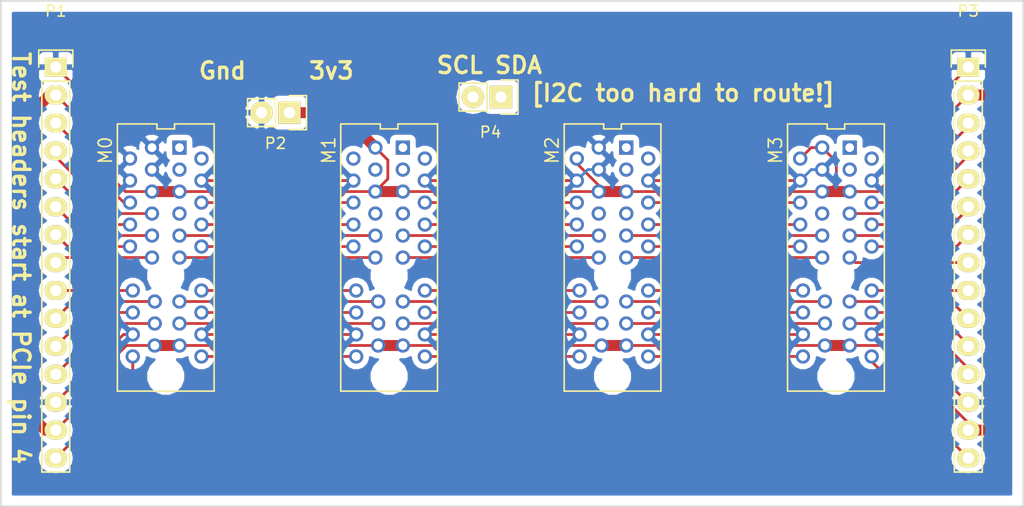
<source format=kicad_pcb>
(kicad_pcb (version 4) (host pcbnew 4.0.4+dfsg1-stable)

  (general
    (links 110)
    (no_connects 8)
    (area 100.924999 79.924999 194.075001 126.075001)
    (thickness 1.6)
    (drawings 12)
    (tracks 175)
    (zones 0)
    (modules 8)
    (nets 69)
  )

  (page A4)
  (layers
    (0 F.Cu signal)
    (31 B.Cu signal)
    (32 B.Adhes user)
    (33 F.Adhes user)
    (34 B.Paste user)
    (35 F.Paste user)
    (36 B.SilkS user)
    (37 F.SilkS user)
    (38 B.Mask user)
    (39 F.Mask user)
    (40 Dwgs.User user)
    (41 Cmts.User user)
    (42 Eco1.User user)
    (43 Eco2.User user)
    (44 Edge.Cuts user)
    (45 Margin user)
    (46 B.CrtYd user)
    (47 F.CrtYd user)
    (48 B.Fab user)
    (49 F.Fab user)
  )

  (setup
    (last_trace_width 0.25)
    (user_trace_width 0.2)
    (user_trace_width 0.25)
    (user_trace_width 0.5)
    (user_trace_width 1)
    (trace_clearance 0.2)
    (zone_clearance 0.508)
    (zone_45_only no)
    (trace_min 0.2)
    (segment_width 0.2)
    (edge_width 0.15)
    (via_size 0.6)
    (via_drill 0.4)
    (via_min_size 0.4)
    (via_min_drill 0.3)
    (uvia_size 0.3)
    (uvia_drill 0.1)
    (uvias_allowed no)
    (uvia_min_size 0.2)
    (uvia_min_drill 0.1)
    (pcb_text_width 0.3)
    (pcb_text_size 1.5 1.5)
    (mod_edge_width 0.15)
    (mod_text_size 1 1)
    (mod_text_width 0.15)
    (pad_size 1.524 1.524)
    (pad_drill 0.762)
    (pad_to_mask_clearance 0.2)
    (aux_axis_origin 0 0)
    (visible_elements FFFFFF7F)
    (pcbplotparams
      (layerselection 0x010f0_80000001)
      (usegerberextensions true)
      (excludeedgelayer true)
      (linewidth 0.100000)
      (plotframeref false)
      (viasonmask false)
      (mode 1)
      (useauxorigin false)
      (hpglpennumber 1)
      (hpglpenspeed 20)
      (hpglpendiameter 15)
      (hpglpenoverlay 2)
      (psnegative false)
      (psa4output false)
      (plotreference true)
      (plotvalue true)
      (plotinvisibletext false)
      (padsonsilk false)
      (subtractmaskfromsilk false)
      (outputformat 1)
      (mirror false)
      (drillshape 0)
      (scaleselection 1)
      (outputdirectory "../../../AVR_private/Prototype Unit 0/backplane/"))
  )

  (net 0 "")
  (net 1 "Net-(M0-PadA12)")
  (net 2 "Net-(M0-PadA13)")
  (net 3 "Net-(M0-PadB14)")
  (net 4 "Net-(M0-PadA15)")
  (net 5 "Net-(M0-PadA18)")
  (net 6 "Net-(M0-PadB18)")
  (net 7 "Net-(M0-PadB15)")
  (net 8 "Net-(M0-PadA14)")
  (net 9 "Net-(M0-PadB13)")
  (net 10 "Net-(M0-PadB12)")
  (net 11 "Net-(M0-PadA3)")
  (net 12 "Net-(M0-PadA1)")
  (net 13 GND)
  (net 14 "Net-(M0-PadA9)")
  (net 15 "Net-(M0-PadB9)")
  (net 16 "Net-(M0-PadA11)")
  (net 17 "Net-(M0-PadB11)")
  (net 18 "Net-(M0-PadA2)")
  (net 19 "Net-(M0-PadA6)")
  (net 20 "Net-(M0-PadB6)")
  (net 21 "Net-(M0-PadA8)")
  (net 22 "Net-(M0-PadB8)")
  (net 23 "Net-(M0-PadA10)")
  (net 24 "Net-(M0-PadB10)")
  (net 25 "Net-(M1-PadA12)")
  (net 26 "Net-(M1-PadA13)")
  (net 27 "Net-(M1-PadA15)")
  (net 28 "Net-(M1-PadA18)")
  (net 29 "Net-(M1-PadA14)")
  (net 30 "Net-(M1-PadA3)")
  (net 31 "Net-(M1-PadA1)")
  (net 32 +3V3)
  (net 33 "Net-(M1-PadA9)")
  (net 34 "Net-(M1-PadA11)")
  (net 35 "Net-(M1-PadA2)")
  (net 36 "Net-(M1-PadA6)")
  (net 37 "Net-(M1-PadA8)")
  (net 38 "Net-(M1-PadA10)")
  (net 39 "Net-(M2-PadA12)")
  (net 40 "Net-(M2-PadA13)")
  (net 41 "Net-(M2-PadA15)")
  (net 42 "Net-(M2-PadA18)")
  (net 43 "Net-(M2-PadA14)")
  (net 44 "Net-(M2-PadA3)")
  (net 45 "Net-(M2-PadA1)")
  (net 46 "Net-(M2-PadA9)")
  (net 47 "Net-(M2-PadA11)")
  (net 48 "Net-(M2-PadA2)")
  (net 49 "Net-(M2-PadA6)")
  (net 50 "Net-(M2-PadA8)")
  (net 51 "Net-(M2-PadA10)")
  (net 52 "Net-(M3-PadA12)")
  (net 53 "Net-(M3-PadA13)")
  (net 54 "Net-(M3-PadA15)")
  (net 55 "Net-(M3-PadA18)")
  (net 56 "Net-(M3-PadA14)")
  (net 57 "Net-(M3-PadA3)")
  (net 58 "Net-(M3-PadA1)")
  (net 59 "Net-(M3-PadA9)")
  (net 60 "Net-(M3-PadA11)")
  (net 61 "Net-(M3-PadA2)")
  (net 62 "Net-(M3-PadA6)")
  (net 63 "Net-(M3-PadA8)")
  (net 64 "Net-(M3-PadA10)")
  (net 65 /SDA)
  (net 66 /SCL)
  (net 67 "Net-(M1-PadB3)")
  (net 68 "Net-(M1-PadB2)")

  (net_class Default "This is the default net class."
    (clearance 0.2)
    (trace_width 0.25)
    (via_dia 0.6)
    (via_drill 0.4)
    (uvia_dia 0.3)
    (uvia_drill 0.1)
    (add_net +3V3)
    (add_net /SCL)
    (add_net /SDA)
    (add_net GND)
    (add_net "Net-(M0-PadA1)")
    (add_net "Net-(M0-PadA10)")
    (add_net "Net-(M0-PadA11)")
    (add_net "Net-(M0-PadA12)")
    (add_net "Net-(M0-PadA13)")
    (add_net "Net-(M0-PadA14)")
    (add_net "Net-(M0-PadA15)")
    (add_net "Net-(M0-PadA18)")
    (add_net "Net-(M0-PadA2)")
    (add_net "Net-(M0-PadA3)")
    (add_net "Net-(M0-PadA6)")
    (add_net "Net-(M0-PadA8)")
    (add_net "Net-(M0-PadA9)")
    (add_net "Net-(M0-PadB10)")
    (add_net "Net-(M0-PadB11)")
    (add_net "Net-(M0-PadB12)")
    (add_net "Net-(M0-PadB13)")
    (add_net "Net-(M0-PadB14)")
    (add_net "Net-(M0-PadB15)")
    (add_net "Net-(M0-PadB18)")
    (add_net "Net-(M0-PadB6)")
    (add_net "Net-(M0-PadB8)")
    (add_net "Net-(M0-PadB9)")
    (add_net "Net-(M1-PadA1)")
    (add_net "Net-(M1-PadA10)")
    (add_net "Net-(M1-PadA11)")
    (add_net "Net-(M1-PadA12)")
    (add_net "Net-(M1-PadA13)")
    (add_net "Net-(M1-PadA14)")
    (add_net "Net-(M1-PadA15)")
    (add_net "Net-(M1-PadA18)")
    (add_net "Net-(M1-PadA2)")
    (add_net "Net-(M1-PadA3)")
    (add_net "Net-(M1-PadA6)")
    (add_net "Net-(M1-PadA8)")
    (add_net "Net-(M1-PadA9)")
    (add_net "Net-(M1-PadB2)")
    (add_net "Net-(M1-PadB3)")
    (add_net "Net-(M2-PadA1)")
    (add_net "Net-(M2-PadA10)")
    (add_net "Net-(M2-PadA11)")
    (add_net "Net-(M2-PadA12)")
    (add_net "Net-(M2-PadA13)")
    (add_net "Net-(M2-PadA14)")
    (add_net "Net-(M2-PadA15)")
    (add_net "Net-(M2-PadA18)")
    (add_net "Net-(M2-PadA2)")
    (add_net "Net-(M2-PadA3)")
    (add_net "Net-(M2-PadA6)")
    (add_net "Net-(M2-PadA8)")
    (add_net "Net-(M2-PadA9)")
    (add_net "Net-(M3-PadA1)")
    (add_net "Net-(M3-PadA10)")
    (add_net "Net-(M3-PadA11)")
    (add_net "Net-(M3-PadA12)")
    (add_net "Net-(M3-PadA13)")
    (add_net "Net-(M3-PadA14)")
    (add_net "Net-(M3-PadA15)")
    (add_net "Net-(M3-PadA18)")
    (add_net "Net-(M3-PadA2)")
    (add_net "Net-(M3-PadA3)")
    (add_net "Net-(M3-PadA6)")
    (add_net "Net-(M3-PadA8)")
    (add_net "Net-(M3-PadA9)")
  )

  (module pcie:x1socket (layer F.Cu) (tedit 58DF6D8B) (tstamp 58DF7207)
    (at 116 98.35 270)
    (path /58DF6DCE)
    (fp_text reference M0 (at -4.75 5.5 450) (layer F.SilkS)
      (effects (font (size 1.2 1.2) (thickness 0.15)))
    )
    (fp_text value pcie_1x_conn (at 12.5 5.5 270) (layer F.Fab)
      (effects (font (size 1.2 1.2) (thickness 0.15)))
    )
    (fp_line (start -6.7 -0.8) (end -6.7 0.799999) (layer F.SilkS) (width 0.15))
    (fp_line (start -7.15 -0.8) (end -6.7 -0.8) (layer F.SilkS) (width 0.15))
    (fp_line (start -7.15 -4.4) (end -7.15 -0.8) (layer F.SilkS) (width 0.15))
    (fp_line (start 17.15 -4.4) (end -7.15 -4.4) (layer F.SilkS) (width 0.15))
    (fp_line (start 17.15 4.4) (end 17.15 -4.4) (layer F.SilkS) (width 0.15))
    (fp_line (start -7.15 4.4) (end 17.15 4.4) (layer F.SilkS) (width 0.15))
    (fp_line (start -6.7 0.799999) (end -7.15 0.799999) (layer F.SilkS) (width 0.15))
    (fp_line (start -7.15 0.799999) (end -7.15 4.4) (layer F.SilkS) (width 0.15))
    (pad A12 thru_hole circle (at 8 -3.25 270) (size 1.3 1.3) (drill 0.8) (layers *.Cu *.Mask)
      (net 1 "Net-(M0-PadA12)"))
    (pad A13 thru_hole circle (at 9 -1.25 270) (size 1.3 1.3) (drill 0.8) (layers *.Cu *.Mask)
      (net 2 "Net-(M0-PadA13)"))
    (pad B14 thru_hole circle (at 10 3 270) (size 1.3 1.3) (drill 0.8) (layers *.Cu *.Mask)
      (net 3 "Net-(M0-PadB14)"))
    (pad A15 thru_hole circle (at 11 -1.25 270) (size 1.3 1.3) (drill 0.8) (layers *.Cu *.Mask)
      (net 4 "Net-(M0-PadA15)"))
    (pad A16 thru_hole circle (at 12 -3.25 270) (size 1.3 1.3) (drill 0.8) (layers *.Cu *.Mask)
      (net 13 GND))
    (pad A17 thru_hole circle (at 13 -1.25 270) (size 1.3 1.3) (drill 0.8) (layers *.Cu *.Mask)
      (net 32 +3V3))
    (pad A18 thru_hole circle (at 14 -3.25 270) (size 1.3 1.3) (drill 0.8) (layers *.Cu *.Mask)
      (net 5 "Net-(M0-PadA18)"))
    (pad B18 thru_hole circle (at 14 3 270) (size 1.3 1.3) (drill 0.8) (layers *.Cu *.Mask)
      (net 6 "Net-(M0-PadB18)"))
    (pad B17 thru_hole circle (at 13 1 270) (size 1.3 1.3) (drill 0.8) (layers *.Cu *.Mask)
      (net 32 +3V3))
    (pad B16 thru_hole circle (at 12 3 270) (size 1.3 1.3) (drill 0.8) (layers *.Cu *.Mask)
      (net 13 GND))
    (pad B15 thru_hole circle (at 11 1 270) (size 1.3 1.3) (drill 0.8) (layers *.Cu *.Mask)
      (net 7 "Net-(M0-PadB15)"))
    (pad A14 thru_hole circle (at 10 -3.25 270) (size 1.3 1.3) (drill 0.8) (layers *.Cu *.Mask)
      (net 8 "Net-(M0-PadA14)"))
    (pad B13 thru_hole circle (at 9 1 270) (size 1.3 1.3) (drill 0.8) (layers *.Cu *.Mask)
      (net 9 "Net-(M0-PadB13)"))
    (pad B12 thru_hole circle (at 8 3 270) (size 1.3 1.3) (drill 0.8) (layers *.Cu *.Mask)
      (net 10 "Net-(M0-PadB12)"))
    (pad "" np_thru_hole circle (at 15.8 0 270) (size 2.35 2.35) (drill 2.35) (layers *.Cu *.Mask))
    (pad A3 thru_hole circle (at -3 -1.25 270) (size 1.3 1.3) (drill 0.8) (layers *.Cu *.Mask)
      (net 11 "Net-(M0-PadA3)"))
    (pad A1 thru_hole rect (at -5 -1.25 270) (size 1.3 1.3) (drill 0.8) (layers *.Cu *.Mask)
      (net 12 "Net-(M0-PadA1)"))
    (pad B1 thru_hole circle (at -5 1.25 270) (size 1.3 1.3) (drill 0.8) (layers *.Cu *.Mask)
      (net 13 GND))
    (pad B3 thru_hole circle (at -3 1.25 270) (size 1.3 1.3) (drill 0.8) (layers *.Cu *.Mask)
      (net 13 GND))
    (pad A5 thru_hole circle (at -1 -1.25 270) (size 1.3 1.3) (drill 0.8) (layers *.Cu *.Mask)
      (net 32 +3V3))
    (pad B5 thru_hole circle (at -1 1.25 270) (size 1.3 1.3) (drill 0.8) (layers *.Cu *.Mask)
      (net 32 +3V3))
    (pad A7 thru_hole circle (at 1 -1.25 270) (size 1.3 1.3) (drill 0.8) (layers *.Cu *.Mask)
      (net 65 /SDA))
    (pad B7 thru_hole circle (at 1 1.25 270) (size 1.3 1.3) (drill 0.8) (layers *.Cu *.Mask)
      (net 66 /SCL))
    (pad A9 thru_hole circle (at 3 -1.25 270) (size 1.3 1.3) (drill 0.8) (layers *.Cu *.Mask)
      (net 14 "Net-(M0-PadA9)"))
    (pad B9 thru_hole circle (at 3 1.25 270) (size 1.3 1.3) (drill 0.8) (layers *.Cu *.Mask)
      (net 15 "Net-(M0-PadB9)"))
    (pad A11 thru_hole circle (at 5 -1.25 270) (size 1.3 1.3) (drill 0.8) (layers *.Cu *.Mask)
      (net 16 "Net-(M0-PadA11)"))
    (pad B11 thru_hole circle (at 5 1.25 270) (size 1.3 1.3) (drill 0.8) (layers *.Cu *.Mask)
      (net 17 "Net-(M0-PadB11)"))
    (pad A2 thru_hole circle (at -4 -3.25 270) (size 1.3 1.3) (drill 0.8) (layers *.Cu *.Mask)
      (net 18 "Net-(M0-PadA2)"))
    (pad B2 thru_hole circle (at -4 3.25 270) (size 1.3 1.3) (drill 0.8) (layers *.Cu *.Mask)
      (net 13 GND))
    (pad A4 thru_hole circle (at -2 -3.25 270) (size 1.3 1.3) (drill 0.8) (layers *.Cu *.Mask)
      (net 13 GND))
    (pad B4 thru_hole circle (at -2 3.25 270) (size 1.3 1.3) (drill 0.8) (layers *.Cu *.Mask)
      (net 13 GND))
    (pad A6 thru_hole circle (at 0 -3.25 270) (size 1.3 1.3) (drill 0.8) (layers *.Cu *.Mask)
      (net 19 "Net-(M0-PadA6)"))
    (pad B6 thru_hole circle (at 0 3.25 270) (size 1.3 1.3) (drill 0.8) (layers *.Cu *.Mask)
      (net 20 "Net-(M0-PadB6)"))
    (pad A8 thru_hole circle (at 2 -3.25 270) (size 1.3 1.3) (drill 0.8) (layers *.Cu *.Mask)
      (net 21 "Net-(M0-PadA8)"))
    (pad B8 thru_hole circle (at 2 3.25 270) (size 1.3 1.3) (drill 0.8) (layers *.Cu *.Mask)
      (net 22 "Net-(M0-PadB8)"))
    (pad A10 thru_hole circle (at 4 -3.25 270) (size 1.3 1.3) (drill 0.8) (layers *.Cu *.Mask)
      (net 23 "Net-(M0-PadA10)"))
    (pad B10 thru_hole circle (at 4 3.25 270) (size 1.3 1.3) (drill 0.8) (layers *.Cu *.Mask)
      (net 24 "Net-(M0-PadB10)"))
    (pad "" np_thru_hole circle (at 6.65 0 270) (size 2.35 2.35) (drill 2.35) (layers *.Cu *.Mask))
  )

  (module pcie:x1socket (layer F.Cu) (tedit 58DF6D8B) (tstamp 58DF7231)
    (at 136.32 98.35 270)
    (path /58DF6E2D)
    (fp_text reference M1 (at -4.75 5.5 450) (layer F.SilkS)
      (effects (font (size 1.2 1.2) (thickness 0.15)))
    )
    (fp_text value pcie_1x_conn (at 12.5 5.5 270) (layer F.Fab)
      (effects (font (size 1.2 1.2) (thickness 0.15)))
    )
    (fp_line (start -6.7 -0.8) (end -6.7 0.799999) (layer F.SilkS) (width 0.15))
    (fp_line (start -7.15 -0.8) (end -6.7 -0.8) (layer F.SilkS) (width 0.15))
    (fp_line (start -7.15 -4.4) (end -7.15 -0.8) (layer F.SilkS) (width 0.15))
    (fp_line (start 17.15 -4.4) (end -7.15 -4.4) (layer F.SilkS) (width 0.15))
    (fp_line (start 17.15 4.4) (end 17.15 -4.4) (layer F.SilkS) (width 0.15))
    (fp_line (start -7.15 4.4) (end 17.15 4.4) (layer F.SilkS) (width 0.15))
    (fp_line (start -6.7 0.799999) (end -7.15 0.799999) (layer F.SilkS) (width 0.15))
    (fp_line (start -7.15 0.799999) (end -7.15 4.4) (layer F.SilkS) (width 0.15))
    (pad A12 thru_hole circle (at 8 -3.25 270) (size 1.3 1.3) (drill 0.8) (layers *.Cu *.Mask)
      (net 25 "Net-(M1-PadA12)"))
    (pad A13 thru_hole circle (at 9 -1.25 270) (size 1.3 1.3) (drill 0.8) (layers *.Cu *.Mask)
      (net 26 "Net-(M1-PadA13)"))
    (pad B14 thru_hole circle (at 10 3 270) (size 1.3 1.3) (drill 0.8) (layers *.Cu *.Mask)
      (net 8 "Net-(M0-PadA14)"))
    (pad A15 thru_hole circle (at 11 -1.25 270) (size 1.3 1.3) (drill 0.8) (layers *.Cu *.Mask)
      (net 27 "Net-(M1-PadA15)"))
    (pad A16 thru_hole circle (at 12 -3.25 270) (size 1.3 1.3) (drill 0.8) (layers *.Cu *.Mask)
      (net 13 GND))
    (pad A17 thru_hole circle (at 13 -1.25 270) (size 1.3 1.3) (drill 0.8) (layers *.Cu *.Mask)
      (net 32 +3V3))
    (pad A18 thru_hole circle (at 14 -3.25 270) (size 1.3 1.3) (drill 0.8) (layers *.Cu *.Mask)
      (net 28 "Net-(M1-PadA18)"))
    (pad B18 thru_hole circle (at 14 3 270) (size 1.3 1.3) (drill 0.8) (layers *.Cu *.Mask)
      (net 5 "Net-(M0-PadA18)"))
    (pad B17 thru_hole circle (at 13 1 270) (size 1.3 1.3) (drill 0.8) (layers *.Cu *.Mask)
      (net 32 +3V3))
    (pad B16 thru_hole circle (at 12 3 270) (size 1.3 1.3) (drill 0.8) (layers *.Cu *.Mask)
      (net 13 GND))
    (pad B15 thru_hole circle (at 11 1 270) (size 1.3 1.3) (drill 0.8) (layers *.Cu *.Mask)
      (net 4 "Net-(M0-PadA15)"))
    (pad A14 thru_hole circle (at 10 -3.25 270) (size 1.3 1.3) (drill 0.8) (layers *.Cu *.Mask)
      (net 29 "Net-(M1-PadA14)"))
    (pad B13 thru_hole circle (at 9 1 270) (size 1.3 1.3) (drill 0.8) (layers *.Cu *.Mask)
      (net 2 "Net-(M0-PadA13)"))
    (pad B12 thru_hole circle (at 8 3 270) (size 1.3 1.3) (drill 0.8) (layers *.Cu *.Mask)
      (net 1 "Net-(M0-PadA12)"))
    (pad "" np_thru_hole circle (at 15.8 0 270) (size 2.35 2.35) (drill 2.35) (layers *.Cu *.Mask))
    (pad A3 thru_hole circle (at -3 -1.25 270) (size 1.3 1.3) (drill 0.8) (layers *.Cu *.Mask)
      (net 30 "Net-(M1-PadA3)"))
    (pad A1 thru_hole rect (at -5 -1.25 270) (size 1.3 1.3) (drill 0.8) (layers *.Cu *.Mask)
      (net 31 "Net-(M1-PadA1)"))
    (pad B1 thru_hole circle (at -5 1.25 270) (size 1.3 1.3) (drill 0.8) (layers *.Cu *.Mask)
      (net 32 +3V3))
    (pad B3 thru_hole circle (at -3 1.25 270) (size 1.3 1.3) (drill 0.8) (layers *.Cu *.Mask)
      (net 67 "Net-(M1-PadB3)"))
    (pad A5 thru_hole circle (at -1 -1.25 270) (size 1.3 1.3) (drill 0.8) (layers *.Cu *.Mask)
      (net 32 +3V3))
    (pad B5 thru_hole circle (at -1 1.25 270) (size 1.3 1.3) (drill 0.8) (layers *.Cu *.Mask)
      (net 32 +3V3))
    (pad A7 thru_hole circle (at 1 -1.25 270) (size 1.3 1.3) (drill 0.8) (layers *.Cu *.Mask)
      (net 65 /SDA))
    (pad B7 thru_hole circle (at 1 1.25 270) (size 1.3 1.3) (drill 0.8) (layers *.Cu *.Mask)
      (net 66 /SCL))
    (pad A9 thru_hole circle (at 3 -1.25 270) (size 1.3 1.3) (drill 0.8) (layers *.Cu *.Mask)
      (net 33 "Net-(M1-PadA9)"))
    (pad B9 thru_hole circle (at 3 1.25 270) (size 1.3 1.3) (drill 0.8) (layers *.Cu *.Mask)
      (net 14 "Net-(M0-PadA9)"))
    (pad A11 thru_hole circle (at 5 -1.25 270) (size 1.3 1.3) (drill 0.8) (layers *.Cu *.Mask)
      (net 34 "Net-(M1-PadA11)"))
    (pad B11 thru_hole circle (at 5 1.25 270) (size 1.3 1.3) (drill 0.8) (layers *.Cu *.Mask)
      (net 16 "Net-(M0-PadA11)"))
    (pad A2 thru_hole circle (at -4 -3.25 270) (size 1.3 1.3) (drill 0.8) (layers *.Cu *.Mask)
      (net 35 "Net-(M1-PadA2)"))
    (pad B2 thru_hole circle (at -4 3.25 270) (size 1.3 1.3) (drill 0.8) (layers *.Cu *.Mask)
      (net 68 "Net-(M1-PadB2)"))
    (pad A4 thru_hole circle (at -2 -3.25 270) (size 1.3 1.3) (drill 0.8) (layers *.Cu *.Mask)
      (net 13 GND))
    (pad B4 thru_hole circle (at -2 3.25 270) (size 1.3 1.3) (drill 0.8) (layers *.Cu *.Mask)
      (net 13 GND))
    (pad A6 thru_hole circle (at 0 -3.25 270) (size 1.3 1.3) (drill 0.8) (layers *.Cu *.Mask)
      (net 36 "Net-(M1-PadA6)"))
    (pad B6 thru_hole circle (at 0 3.25 270) (size 1.3 1.3) (drill 0.8) (layers *.Cu *.Mask)
      (net 19 "Net-(M0-PadA6)"))
    (pad A8 thru_hole circle (at 2 -3.25 270) (size 1.3 1.3) (drill 0.8) (layers *.Cu *.Mask)
      (net 37 "Net-(M1-PadA8)"))
    (pad B8 thru_hole circle (at 2 3.25 270) (size 1.3 1.3) (drill 0.8) (layers *.Cu *.Mask)
      (net 21 "Net-(M0-PadA8)"))
    (pad A10 thru_hole circle (at 4 -3.25 270) (size 1.3 1.3) (drill 0.8) (layers *.Cu *.Mask)
      (net 38 "Net-(M1-PadA10)"))
    (pad B10 thru_hole circle (at 4 3.25 270) (size 1.3 1.3) (drill 0.8) (layers *.Cu *.Mask)
      (net 23 "Net-(M0-PadA10)"))
    (pad "" np_thru_hole circle (at 6.65 0 270) (size 2.35 2.35) (drill 2.35) (layers *.Cu *.Mask))
  )

  (module pcie:x1socket (layer F.Cu) (tedit 58DF6D8B) (tstamp 58DF725B)
    (at 156.64 98.35 270)
    (path /58DF70E7)
    (fp_text reference M2 (at -4.75 5.5 450) (layer F.SilkS)
      (effects (font (size 1.2 1.2) (thickness 0.15)))
    )
    (fp_text value pcie_1x_conn (at 12.5 5.5 270) (layer F.Fab)
      (effects (font (size 1.2 1.2) (thickness 0.15)))
    )
    (fp_line (start -6.7 -0.8) (end -6.7 0.799999) (layer F.SilkS) (width 0.15))
    (fp_line (start -7.15 -0.8) (end -6.7 -0.8) (layer F.SilkS) (width 0.15))
    (fp_line (start -7.15 -4.4) (end -7.15 -0.8) (layer F.SilkS) (width 0.15))
    (fp_line (start 17.15 -4.4) (end -7.15 -4.4) (layer F.SilkS) (width 0.15))
    (fp_line (start 17.15 4.4) (end 17.15 -4.4) (layer F.SilkS) (width 0.15))
    (fp_line (start -7.15 4.4) (end 17.15 4.4) (layer F.SilkS) (width 0.15))
    (fp_line (start -6.7 0.799999) (end -7.15 0.799999) (layer F.SilkS) (width 0.15))
    (fp_line (start -7.15 0.799999) (end -7.15 4.4) (layer F.SilkS) (width 0.15))
    (pad A12 thru_hole circle (at 8 -3.25 270) (size 1.3 1.3) (drill 0.8) (layers *.Cu *.Mask)
      (net 39 "Net-(M2-PadA12)"))
    (pad A13 thru_hole circle (at 9 -1.25 270) (size 1.3 1.3) (drill 0.8) (layers *.Cu *.Mask)
      (net 40 "Net-(M2-PadA13)"))
    (pad B14 thru_hole circle (at 10 3 270) (size 1.3 1.3) (drill 0.8) (layers *.Cu *.Mask)
      (net 29 "Net-(M1-PadA14)"))
    (pad A15 thru_hole circle (at 11 -1.25 270) (size 1.3 1.3) (drill 0.8) (layers *.Cu *.Mask)
      (net 41 "Net-(M2-PadA15)"))
    (pad A16 thru_hole circle (at 12 -3.25 270) (size 1.3 1.3) (drill 0.8) (layers *.Cu *.Mask)
      (net 13 GND))
    (pad A17 thru_hole circle (at 13 -1.25 270) (size 1.3 1.3) (drill 0.8) (layers *.Cu *.Mask)
      (net 32 +3V3))
    (pad A18 thru_hole circle (at 14 -3.25 270) (size 1.3 1.3) (drill 0.8) (layers *.Cu *.Mask)
      (net 42 "Net-(M2-PadA18)"))
    (pad B18 thru_hole circle (at 14 3 270) (size 1.3 1.3) (drill 0.8) (layers *.Cu *.Mask)
      (net 28 "Net-(M1-PadA18)"))
    (pad B17 thru_hole circle (at 13 1 270) (size 1.3 1.3) (drill 0.8) (layers *.Cu *.Mask)
      (net 32 +3V3))
    (pad B16 thru_hole circle (at 12 3 270) (size 1.3 1.3) (drill 0.8) (layers *.Cu *.Mask)
      (net 13 GND))
    (pad B15 thru_hole circle (at 11 1 270) (size 1.3 1.3) (drill 0.8) (layers *.Cu *.Mask)
      (net 27 "Net-(M1-PadA15)"))
    (pad A14 thru_hole circle (at 10 -3.25 270) (size 1.3 1.3) (drill 0.8) (layers *.Cu *.Mask)
      (net 43 "Net-(M2-PadA14)"))
    (pad B13 thru_hole circle (at 9 1 270) (size 1.3 1.3) (drill 0.8) (layers *.Cu *.Mask)
      (net 26 "Net-(M1-PadA13)"))
    (pad B12 thru_hole circle (at 8 3 270) (size 1.3 1.3) (drill 0.8) (layers *.Cu *.Mask)
      (net 25 "Net-(M1-PadA12)"))
    (pad "" np_thru_hole circle (at 15.8 0 270) (size 2.35 2.35) (drill 2.35) (layers *.Cu *.Mask))
    (pad A3 thru_hole circle (at -3 -1.25 270) (size 1.3 1.3) (drill 0.8) (layers *.Cu *.Mask)
      (net 44 "Net-(M2-PadA3)"))
    (pad A1 thru_hole rect (at -5 -1.25 270) (size 1.3 1.3) (drill 0.8) (layers *.Cu *.Mask)
      (net 45 "Net-(M2-PadA1)"))
    (pad B1 thru_hole circle (at -5 1.25 270) (size 1.3 1.3) (drill 0.8) (layers *.Cu *.Mask)
      (net 13 GND))
    (pad B3 thru_hole circle (at -3 1.25 270) (size 1.3 1.3) (drill 0.8) (layers *.Cu *.Mask)
      (net 13 GND))
    (pad A5 thru_hole circle (at -1 -1.25 270) (size 1.3 1.3) (drill 0.8) (layers *.Cu *.Mask)
      (net 32 +3V3))
    (pad B5 thru_hole circle (at -1 1.25 270) (size 1.3 1.3) (drill 0.8) (layers *.Cu *.Mask)
      (net 32 +3V3))
    (pad A7 thru_hole circle (at 1 -1.25 270) (size 1.3 1.3) (drill 0.8) (layers *.Cu *.Mask)
      (net 65 /SDA))
    (pad B7 thru_hole circle (at 1 1.25 270) (size 1.3 1.3) (drill 0.8) (layers *.Cu *.Mask)
      (net 66 /SCL))
    (pad A9 thru_hole circle (at 3 -1.25 270) (size 1.3 1.3) (drill 0.8) (layers *.Cu *.Mask)
      (net 46 "Net-(M2-PadA9)"))
    (pad B9 thru_hole circle (at 3 1.25 270) (size 1.3 1.3) (drill 0.8) (layers *.Cu *.Mask)
      (net 33 "Net-(M1-PadA9)"))
    (pad A11 thru_hole circle (at 5 -1.25 270) (size 1.3 1.3) (drill 0.8) (layers *.Cu *.Mask)
      (net 47 "Net-(M2-PadA11)"))
    (pad B11 thru_hole circle (at 5 1.25 270) (size 1.3 1.3) (drill 0.8) (layers *.Cu *.Mask)
      (net 34 "Net-(M1-PadA11)"))
    (pad A2 thru_hole circle (at -4 -3.25 270) (size 1.3 1.3) (drill 0.8) (layers *.Cu *.Mask)
      (net 48 "Net-(M2-PadA2)"))
    (pad B2 thru_hole circle (at -4 3.25 270) (size 1.3 1.3) (drill 0.8) (layers *.Cu *.Mask)
      (net 32 +3V3))
    (pad A4 thru_hole circle (at -2 -3.25 270) (size 1.3 1.3) (drill 0.8) (layers *.Cu *.Mask)
      (net 13 GND))
    (pad B4 thru_hole circle (at -2 3.25 270) (size 1.3 1.3) (drill 0.8) (layers *.Cu *.Mask)
      (net 13 GND))
    (pad A6 thru_hole circle (at 0 -3.25 270) (size 1.3 1.3) (drill 0.8) (layers *.Cu *.Mask)
      (net 49 "Net-(M2-PadA6)"))
    (pad B6 thru_hole circle (at 0 3.25 270) (size 1.3 1.3) (drill 0.8) (layers *.Cu *.Mask)
      (net 36 "Net-(M1-PadA6)"))
    (pad A8 thru_hole circle (at 2 -3.25 270) (size 1.3 1.3) (drill 0.8) (layers *.Cu *.Mask)
      (net 50 "Net-(M2-PadA8)"))
    (pad B8 thru_hole circle (at 2 3.25 270) (size 1.3 1.3) (drill 0.8) (layers *.Cu *.Mask)
      (net 37 "Net-(M1-PadA8)"))
    (pad A10 thru_hole circle (at 4 -3.25 270) (size 1.3 1.3) (drill 0.8) (layers *.Cu *.Mask)
      (net 51 "Net-(M2-PadA10)"))
    (pad B10 thru_hole circle (at 4 3.25 270) (size 1.3 1.3) (drill 0.8) (layers *.Cu *.Mask)
      (net 38 "Net-(M1-PadA10)"))
    (pad "" np_thru_hole circle (at 6.65 0 270) (size 2.35 2.35) (drill 2.35) (layers *.Cu *.Mask))
  )

  (module pcie:x1socket (layer F.Cu) (tedit 58DF6D8B) (tstamp 58DF7285)
    (at 176.96 98.35 270)
    (path /58DF70ED)
    (fp_text reference M3 (at -4.75 5.5 450) (layer F.SilkS)
      (effects (font (size 1.2 1.2) (thickness 0.15)))
    )
    (fp_text value pcie_1x_conn (at 12.5 5.5 270) (layer F.Fab)
      (effects (font (size 1.2 1.2) (thickness 0.15)))
    )
    (fp_line (start -6.7 -0.8) (end -6.7 0.799999) (layer F.SilkS) (width 0.15))
    (fp_line (start -7.15 -0.8) (end -6.7 -0.8) (layer F.SilkS) (width 0.15))
    (fp_line (start -7.15 -4.4) (end -7.15 -0.8) (layer F.SilkS) (width 0.15))
    (fp_line (start 17.15 -4.4) (end -7.15 -4.4) (layer F.SilkS) (width 0.15))
    (fp_line (start 17.15 4.4) (end 17.15 -4.4) (layer F.SilkS) (width 0.15))
    (fp_line (start -7.15 4.4) (end 17.15 4.4) (layer F.SilkS) (width 0.15))
    (fp_line (start -6.7 0.799999) (end -7.15 0.799999) (layer F.SilkS) (width 0.15))
    (fp_line (start -7.15 0.799999) (end -7.15 4.4) (layer F.SilkS) (width 0.15))
    (pad A12 thru_hole circle (at 8 -3.25 270) (size 1.3 1.3) (drill 0.8) (layers *.Cu *.Mask)
      (net 52 "Net-(M3-PadA12)"))
    (pad A13 thru_hole circle (at 9 -1.25 270) (size 1.3 1.3) (drill 0.8) (layers *.Cu *.Mask)
      (net 53 "Net-(M3-PadA13)"))
    (pad B14 thru_hole circle (at 10 3 270) (size 1.3 1.3) (drill 0.8) (layers *.Cu *.Mask)
      (net 43 "Net-(M2-PadA14)"))
    (pad A15 thru_hole circle (at 11 -1.25 270) (size 1.3 1.3) (drill 0.8) (layers *.Cu *.Mask)
      (net 54 "Net-(M3-PadA15)"))
    (pad A16 thru_hole circle (at 12 -3.25 270) (size 1.3 1.3) (drill 0.8) (layers *.Cu *.Mask)
      (net 13 GND))
    (pad A17 thru_hole circle (at 13 -1.25 270) (size 1.3 1.3) (drill 0.8) (layers *.Cu *.Mask)
      (net 32 +3V3))
    (pad A18 thru_hole circle (at 14 -3.25 270) (size 1.3 1.3) (drill 0.8) (layers *.Cu *.Mask)
      (net 55 "Net-(M3-PadA18)"))
    (pad B18 thru_hole circle (at 14 3 270) (size 1.3 1.3) (drill 0.8) (layers *.Cu *.Mask)
      (net 42 "Net-(M2-PadA18)"))
    (pad B17 thru_hole circle (at 13 1 270) (size 1.3 1.3) (drill 0.8) (layers *.Cu *.Mask)
      (net 32 +3V3))
    (pad B16 thru_hole circle (at 12 3 270) (size 1.3 1.3) (drill 0.8) (layers *.Cu *.Mask)
      (net 13 GND))
    (pad B15 thru_hole circle (at 11 1 270) (size 1.3 1.3) (drill 0.8) (layers *.Cu *.Mask)
      (net 41 "Net-(M2-PadA15)"))
    (pad A14 thru_hole circle (at 10 -3.25 270) (size 1.3 1.3) (drill 0.8) (layers *.Cu *.Mask)
      (net 56 "Net-(M3-PadA14)"))
    (pad B13 thru_hole circle (at 9 1 270) (size 1.3 1.3) (drill 0.8) (layers *.Cu *.Mask)
      (net 40 "Net-(M2-PadA13)"))
    (pad B12 thru_hole circle (at 8 3 270) (size 1.3 1.3) (drill 0.8) (layers *.Cu *.Mask)
      (net 39 "Net-(M2-PadA12)"))
    (pad "" np_thru_hole circle (at 15.8 0 270) (size 2.35 2.35) (drill 2.35) (layers *.Cu *.Mask))
    (pad A3 thru_hole circle (at -3 -1.25 270) (size 1.3 1.3) (drill 0.8) (layers *.Cu *.Mask)
      (net 57 "Net-(M3-PadA3)"))
    (pad A1 thru_hole rect (at -5 -1.25 270) (size 1.3 1.3) (drill 0.8) (layers *.Cu *.Mask)
      (net 58 "Net-(M3-PadA1)"))
    (pad B1 thru_hole circle (at -5 1.25 270) (size 1.3 1.3) (drill 0.8) (layers *.Cu *.Mask)
      (net 32 +3V3))
    (pad B3 thru_hole circle (at -3 1.25 270) (size 1.3 1.3) (drill 0.8) (layers *.Cu *.Mask)
      (net 13 GND))
    (pad A5 thru_hole circle (at -1 -1.25 270) (size 1.3 1.3) (drill 0.8) (layers *.Cu *.Mask)
      (net 32 +3V3))
    (pad B5 thru_hole circle (at -1 1.25 270) (size 1.3 1.3) (drill 0.8) (layers *.Cu *.Mask)
      (net 32 +3V3))
    (pad A7 thru_hole circle (at 1 -1.25 270) (size 1.3 1.3) (drill 0.8) (layers *.Cu *.Mask)
      (net 65 /SDA))
    (pad B7 thru_hole circle (at 1 1.25 270) (size 1.3 1.3) (drill 0.8) (layers *.Cu *.Mask)
      (net 66 /SCL))
    (pad A9 thru_hole circle (at 3 -1.25 270) (size 1.3 1.3) (drill 0.8) (layers *.Cu *.Mask)
      (net 59 "Net-(M3-PadA9)"))
    (pad B9 thru_hole circle (at 3 1.25 270) (size 1.3 1.3) (drill 0.8) (layers *.Cu *.Mask)
      (net 46 "Net-(M2-PadA9)"))
    (pad A11 thru_hole circle (at 5 -1.25 270) (size 1.3 1.3) (drill 0.8) (layers *.Cu *.Mask)
      (net 60 "Net-(M3-PadA11)"))
    (pad B11 thru_hole circle (at 5 1.25 270) (size 1.3 1.3) (drill 0.8) (layers *.Cu *.Mask)
      (net 47 "Net-(M2-PadA11)"))
    (pad A2 thru_hole circle (at -4 -3.25 270) (size 1.3 1.3) (drill 0.8) (layers *.Cu *.Mask)
      (net 61 "Net-(M3-PadA2)"))
    (pad B2 thru_hole circle (at -4 3.25 270) (size 1.3 1.3) (drill 0.8) (layers *.Cu *.Mask)
      (net 32 +3V3))
    (pad A4 thru_hole circle (at -2 -3.25 270) (size 1.3 1.3) (drill 0.8) (layers *.Cu *.Mask)
      (net 13 GND))
    (pad B4 thru_hole circle (at -2 3.25 270) (size 1.3 1.3) (drill 0.8) (layers *.Cu *.Mask)
      (net 13 GND))
    (pad A6 thru_hole circle (at 0 -3.25 270) (size 1.3 1.3) (drill 0.8) (layers *.Cu *.Mask)
      (net 62 "Net-(M3-PadA6)"))
    (pad B6 thru_hole circle (at 0 3.25 270) (size 1.3 1.3) (drill 0.8) (layers *.Cu *.Mask)
      (net 49 "Net-(M2-PadA6)"))
    (pad A8 thru_hole circle (at 2 -3.25 270) (size 1.3 1.3) (drill 0.8) (layers *.Cu *.Mask)
      (net 63 "Net-(M3-PadA8)"))
    (pad B8 thru_hole circle (at 2 3.25 270) (size 1.3 1.3) (drill 0.8) (layers *.Cu *.Mask)
      (net 50 "Net-(M2-PadA8)"))
    (pad A10 thru_hole circle (at 4 -3.25 270) (size 1.3 1.3) (drill 0.8) (layers *.Cu *.Mask)
      (net 64 "Net-(M3-PadA10)"))
    (pad B10 thru_hole circle (at 4 3.25 270) (size 1.3 1.3) (drill 0.8) (layers *.Cu *.Mask)
      (net 51 "Net-(M2-PadA10)"))
    (pad "" np_thru_hole circle (at 6.65 0 270) (size 2.35 2.35) (drill 2.35) (layers *.Cu *.Mask))
  )

  (module Pin_Headers:Pin_Header_Straight_1x02 (layer F.Cu) (tedit 54EA090C) (tstamp 58DF72A1)
    (at 127.254 90.17 270)
    (descr "Through hole pin header")
    (tags "pin header")
    (path /58DF8475)
    (fp_text reference P2 (at 2.794 1.27 360) (layer F.SilkS)
      (effects (font (size 1 1) (thickness 0.15)))
    )
    (fp_text value CONN_01X02 (at 6.858 3.556 270) (layer F.Fab)
      (effects (font (size 1 1) (thickness 0.15)))
    )
    (fp_line (start 1.27 1.27) (end 1.27 3.81) (layer F.SilkS) (width 0.15))
    (fp_line (start 1.55 -1.55) (end 1.55 0) (layer F.SilkS) (width 0.15))
    (fp_line (start -1.75 -1.75) (end -1.75 4.3) (layer F.CrtYd) (width 0.05))
    (fp_line (start 1.75 -1.75) (end 1.75 4.3) (layer F.CrtYd) (width 0.05))
    (fp_line (start -1.75 -1.75) (end 1.75 -1.75) (layer F.CrtYd) (width 0.05))
    (fp_line (start -1.75 4.3) (end 1.75 4.3) (layer F.CrtYd) (width 0.05))
    (fp_line (start 1.27 1.27) (end -1.27 1.27) (layer F.SilkS) (width 0.15))
    (fp_line (start -1.55 0) (end -1.55 -1.55) (layer F.SilkS) (width 0.15))
    (fp_line (start -1.55 -1.55) (end 1.55 -1.55) (layer F.SilkS) (width 0.15))
    (fp_line (start -1.27 1.27) (end -1.27 3.81) (layer F.SilkS) (width 0.15))
    (fp_line (start -1.27 3.81) (end 1.27 3.81) (layer F.SilkS) (width 0.15))
    (pad 1 thru_hole rect (at 0 0 270) (size 2.032 2.032) (drill 1.016) (layers *.Cu *.Mask F.SilkS)
      (net 32 +3V3))
    (pad 2 thru_hole oval (at 0 2.54 270) (size 2.032 2.032) (drill 1.016) (layers *.Cu *.Mask F.SilkS)
      (net 13 GND))
    (model Pin_Headers.3dshapes/Pin_Header_Straight_1x02.wrl
      (at (xyz 0 -0.05 0))
      (scale (xyz 1 1 1))
      (rotate (xyz 0 0 90))
    )
  )

  (module Pin_Headers:Pin_Header_Straight_1x15 (layer F.Cu) (tedit 0) (tstamp 58DF7482)
    (at 106 86.03)
    (descr "Through hole pin header")
    (tags "pin header")
    (path /58DF76B8)
    (fp_text reference P1 (at 0 -5.1) (layer F.SilkS)
      (effects (font (size 1 1) (thickness 0.15)))
    )
    (fp_text value CONN_01X15 (at 0 -3.1) (layer F.Fab)
      (effects (font (size 1 1) (thickness 0.15)))
    )
    (fp_line (start -1.75 -1.75) (end -1.75 37.35) (layer F.CrtYd) (width 0.05))
    (fp_line (start 1.75 -1.75) (end 1.75 37.35) (layer F.CrtYd) (width 0.05))
    (fp_line (start -1.75 -1.75) (end 1.75 -1.75) (layer F.CrtYd) (width 0.05))
    (fp_line (start -1.75 37.35) (end 1.75 37.35) (layer F.CrtYd) (width 0.05))
    (fp_line (start -1.27 1.27) (end -1.27 36.83) (layer F.SilkS) (width 0.15))
    (fp_line (start -1.27 36.83) (end 1.27 36.83) (layer F.SilkS) (width 0.15))
    (fp_line (start 1.27 36.83) (end 1.27 1.27) (layer F.SilkS) (width 0.15))
    (fp_line (start 1.55 -1.55) (end 1.55 0) (layer F.SilkS) (width 0.15))
    (fp_line (start 1.27 1.27) (end -1.27 1.27) (layer F.SilkS) (width 0.15))
    (fp_line (start -1.55 0) (end -1.55 -1.55) (layer F.SilkS) (width 0.15))
    (fp_line (start -1.55 -1.55) (end 1.55 -1.55) (layer F.SilkS) (width 0.15))
    (pad 1 thru_hole rect (at 0 0) (size 2.032 1.7272) (drill 1.016) (layers *.Cu *.Mask F.SilkS)
      (net 13 GND))
    (pad 2 thru_hole oval (at 0 2.54) (size 2.032 1.7272) (drill 1.016) (layers *.Cu *.Mask F.SilkS)
      (net 32 +3V3))
    (pad 3 thru_hole oval (at 0 5.08) (size 2.032 1.7272) (drill 1.016) (layers *.Cu *.Mask F.SilkS)
      (net 20 "Net-(M0-PadB6)"))
    (pad 4 thru_hole oval (at 0 7.62) (size 2.032 1.7272) (drill 1.016) (layers *.Cu *.Mask F.SilkS)
      (net 66 /SCL))
    (pad 5 thru_hole oval (at 0 10.16) (size 2.032 1.7272) (drill 1.016) (layers *.Cu *.Mask F.SilkS)
      (net 22 "Net-(M0-PadB8)"))
    (pad 6 thru_hole oval (at 0 12.7) (size 2.032 1.7272) (drill 1.016) (layers *.Cu *.Mask F.SilkS)
      (net 15 "Net-(M0-PadB9)"))
    (pad 7 thru_hole oval (at 0 15.24) (size 2.032 1.7272) (drill 1.016) (layers *.Cu *.Mask F.SilkS)
      (net 24 "Net-(M0-PadB10)"))
    (pad 8 thru_hole oval (at 0 17.78) (size 2.032 1.7272) (drill 1.016) (layers *.Cu *.Mask F.SilkS)
      (net 17 "Net-(M0-PadB11)"))
    (pad 9 thru_hole oval (at 0 20.32) (size 2.032 1.7272) (drill 1.016) (layers *.Cu *.Mask F.SilkS)
      (net 10 "Net-(M0-PadB12)"))
    (pad 10 thru_hole oval (at 0 22.86) (size 2.032 1.7272) (drill 1.016) (layers *.Cu *.Mask F.SilkS)
      (net 9 "Net-(M0-PadB13)"))
    (pad 11 thru_hole oval (at 0 25.4) (size 2.032 1.7272) (drill 1.016) (layers *.Cu *.Mask F.SilkS)
      (net 3 "Net-(M0-PadB14)"))
    (pad 12 thru_hole oval (at 0 27.94) (size 2.032 1.7272) (drill 1.016) (layers *.Cu *.Mask F.SilkS)
      (net 7 "Net-(M0-PadB15)"))
    (pad 13 thru_hole oval (at 0 30.48) (size 2.032 1.7272) (drill 1.016) (layers *.Cu *.Mask F.SilkS)
      (net 13 GND))
    (pad 14 thru_hole oval (at 0 33.02) (size 2.032 1.7272) (drill 1.016) (layers *.Cu *.Mask F.SilkS)
      (net 32 +3V3))
    (pad 15 thru_hole oval (at 0 35.56) (size 2.032 1.7272) (drill 1.016) (layers *.Cu *.Mask F.SilkS)
      (net 6 "Net-(M0-PadB18)"))
    (model Pin_Headers.3dshapes/Pin_Header_Straight_1x15.wrl
      (at (xyz 0 -0.7 0))
      (scale (xyz 1 1 1))
      (rotate (xyz 0 0 90))
    )
  )

  (module Pin_Headers:Pin_Header_Straight_1x15 (layer F.Cu) (tedit 0) (tstamp 58DF7495)
    (at 189 86.03)
    (descr "Through hole pin header")
    (tags "pin header")
    (path /58DF77CF)
    (fp_text reference P3 (at 0 -5.1) (layer F.SilkS)
      (effects (font (size 1 1) (thickness 0.15)))
    )
    (fp_text value CONN_01X15 (at 0 -3.1) (layer F.Fab)
      (effects (font (size 1 1) (thickness 0.15)))
    )
    (fp_line (start -1.75 -1.75) (end -1.75 37.35) (layer F.CrtYd) (width 0.05))
    (fp_line (start 1.75 -1.75) (end 1.75 37.35) (layer F.CrtYd) (width 0.05))
    (fp_line (start -1.75 -1.75) (end 1.75 -1.75) (layer F.CrtYd) (width 0.05))
    (fp_line (start -1.75 37.35) (end 1.75 37.35) (layer F.CrtYd) (width 0.05))
    (fp_line (start -1.27 1.27) (end -1.27 36.83) (layer F.SilkS) (width 0.15))
    (fp_line (start -1.27 36.83) (end 1.27 36.83) (layer F.SilkS) (width 0.15))
    (fp_line (start 1.27 36.83) (end 1.27 1.27) (layer F.SilkS) (width 0.15))
    (fp_line (start 1.55 -1.55) (end 1.55 0) (layer F.SilkS) (width 0.15))
    (fp_line (start 1.27 1.27) (end -1.27 1.27) (layer F.SilkS) (width 0.15))
    (fp_line (start -1.55 0) (end -1.55 -1.55) (layer F.SilkS) (width 0.15))
    (fp_line (start -1.55 -1.55) (end 1.55 -1.55) (layer F.SilkS) (width 0.15))
    (pad 1 thru_hole rect (at 0 0) (size 2.032 1.7272) (drill 1.016) (layers *.Cu *.Mask F.SilkS)
      (net 13 GND))
    (pad 2 thru_hole oval (at 0 2.54) (size 2.032 1.7272) (drill 1.016) (layers *.Cu *.Mask F.SilkS)
      (net 32 +3V3))
    (pad 3 thru_hole oval (at 0 5.08) (size 2.032 1.7272) (drill 1.016) (layers *.Cu *.Mask F.SilkS)
      (net 62 "Net-(M3-PadA6)"))
    (pad 4 thru_hole oval (at 0 7.62) (size 2.032 1.7272) (drill 1.016) (layers *.Cu *.Mask F.SilkS)
      (net 65 /SDA))
    (pad 5 thru_hole oval (at 0 10.16) (size 2.032 1.7272) (drill 1.016) (layers *.Cu *.Mask F.SilkS)
      (net 63 "Net-(M3-PadA8)"))
    (pad 6 thru_hole oval (at 0 12.7) (size 2.032 1.7272) (drill 1.016) (layers *.Cu *.Mask F.SilkS)
      (net 59 "Net-(M3-PadA9)"))
    (pad 7 thru_hole oval (at 0 15.24) (size 2.032 1.7272) (drill 1.016) (layers *.Cu *.Mask F.SilkS)
      (net 64 "Net-(M3-PadA10)"))
    (pad 8 thru_hole oval (at 0 17.78) (size 2.032 1.7272) (drill 1.016) (layers *.Cu *.Mask F.SilkS)
      (net 60 "Net-(M3-PadA11)"))
    (pad 9 thru_hole oval (at 0 20.32) (size 2.032 1.7272) (drill 1.016) (layers *.Cu *.Mask F.SilkS)
      (net 52 "Net-(M3-PadA12)"))
    (pad 10 thru_hole oval (at 0 22.86) (size 2.032 1.7272) (drill 1.016) (layers *.Cu *.Mask F.SilkS)
      (net 53 "Net-(M3-PadA13)"))
    (pad 11 thru_hole oval (at 0 25.4) (size 2.032 1.7272) (drill 1.016) (layers *.Cu *.Mask F.SilkS)
      (net 56 "Net-(M3-PadA14)"))
    (pad 12 thru_hole oval (at 0 27.94) (size 2.032 1.7272) (drill 1.016) (layers *.Cu *.Mask F.SilkS)
      (net 54 "Net-(M3-PadA15)"))
    (pad 13 thru_hole oval (at 0 30.48) (size 2.032 1.7272) (drill 1.016) (layers *.Cu *.Mask F.SilkS)
      (net 13 GND))
    (pad 14 thru_hole oval (at 0 33.02) (size 2.032 1.7272) (drill 1.016) (layers *.Cu *.Mask F.SilkS)
      (net 32 +3V3))
    (pad 15 thru_hole oval (at 0 35.56) (size 2.032 1.7272) (drill 1.016) (layers *.Cu *.Mask F.SilkS)
      (net 55 "Net-(M3-PadA18)"))
    (model Pin_Headers.3dshapes/Pin_Header_Straight_1x15.wrl
      (at (xyz 0 -0.7 0))
      (scale (xyz 1 1 1))
      (rotate (xyz 0 0 90))
    )
  )

  (module Pin_Headers:Pin_Header_Straight_1x02 (layer F.Cu) (tedit 54EA090C) (tstamp 58DF7969)
    (at 146.49 88.75 270)
    (descr "Through hole pin header")
    (tags "pin header")
    (path /58DF99CE)
    (fp_text reference P4 (at 3.198 0.948 360) (layer F.SilkS)
      (effects (font (size 1 1) (thickness 0.15)))
    )
    (fp_text value CONN_01X02 (at 7.008 3.488 450) (layer F.Fab)
      (effects (font (size 1 1) (thickness 0.15)))
    )
    (fp_line (start 1.27 1.27) (end 1.27 3.81) (layer F.SilkS) (width 0.15))
    (fp_line (start 1.55 -1.55) (end 1.55 0) (layer F.SilkS) (width 0.15))
    (fp_line (start -1.75 -1.75) (end -1.75 4.3) (layer F.CrtYd) (width 0.05))
    (fp_line (start 1.75 -1.75) (end 1.75 4.3) (layer F.CrtYd) (width 0.05))
    (fp_line (start -1.75 -1.75) (end 1.75 -1.75) (layer F.CrtYd) (width 0.05))
    (fp_line (start -1.75 4.3) (end 1.75 4.3) (layer F.CrtYd) (width 0.05))
    (fp_line (start 1.27 1.27) (end -1.27 1.27) (layer F.SilkS) (width 0.15))
    (fp_line (start -1.55 0) (end -1.55 -1.55) (layer F.SilkS) (width 0.15))
    (fp_line (start -1.55 -1.55) (end 1.55 -1.55) (layer F.SilkS) (width 0.15))
    (fp_line (start -1.27 1.27) (end -1.27 3.81) (layer F.SilkS) (width 0.15))
    (fp_line (start -1.27 3.81) (end 1.27 3.81) (layer F.SilkS) (width 0.15))
    (pad 1 thru_hole rect (at 0 0 270) (size 2.032 2.032) (drill 1.016) (layers *.Cu *.Mask F.SilkS)
      (net 65 /SDA))
    (pad 2 thru_hole oval (at 0 2.54 270) (size 2.032 2.032) (drill 1.016) (layers *.Cu *.Mask F.SilkS)
      (net 66 /SCL))
    (model Pin_Headers.3dshapes/Pin_Header_Straight_1x02.wrl
      (at (xyz 0 -0.05 0))
      (scale (xyz 1 1 1))
      (rotate (xyz 0 0 90))
    )
  )

  (gr_text "Andrew Bolin 2017-04-01" (at 125 123) (layer F.Cu)
    (effects (font (size 1.5 1.5) (thickness 0.3)))
  )
  (gr_text "Modular Open Source AV Receiver Backplane - Prototype Unit 0" (at 147 120) (layer F.Cu)
    (effects (font (size 1.5 1.5) (thickness 0.3)))
  )
  (gr_line (start 194 80) (end 101 80) (layer Edge.Cuts) (width 0.15))
  (gr_line (start 194 126) (end 194 80) (layer Edge.Cuts) (width 0.15))
  (gr_line (start 101 126) (end 194 126) (layer Edge.Cuts) (width 0.15))
  (gr_line (start 101 80) (end 101 126) (layer Edge.Cuts) (width 0.15))
  (gr_text "[I2C too hard to route!]" (at 163.068 88.392) (layer F.SilkS)
    (effects (font (size 1.5 1.5) (thickness 0.3)))
  )
  (gr_text SDA (at 148.082 85.852) (layer F.SilkS)
    (effects (font (size 1.5 1.5) (thickness 0.3)))
  )
  (gr_text SCL (at 142.748 85.852) (layer F.SilkS)
    (effects (font (size 1.5 1.5) (thickness 0.3)))
  )
  (gr_text 3v3 (at 131.064 86.36) (layer F.SilkS)
    (effects (font (size 1.5 1.5) (thickness 0.3)))
  )
  (gr_text Gnd (at 121.158 86.36) (layer F.SilkS)
    (effects (font (size 1.5 1.5) (thickness 0.3)))
  )
  (gr_text "Test headers start at PCIe pin 4" (at 102.85 103.4 270) (layer F.SilkS)
    (effects (font (size 1.5 1.5) (thickness 0.3)))
  )

  (segment (start 133.32 106.35) (end 119.25 106.35) (width 0.25) (layer F.Cu) (net 1))
  (segment (start 117.25 107.35) (end 135.32 107.35) (width 0.25) (layer F.Cu) (net 2))
  (segment (start 113 108.35) (end 109.08 108.35) (width 0.25) (layer F.Cu) (net 3))
  (segment (start 109.08 108.35) (end 106 111.43) (width 0.25) (layer F.Cu) (net 3))
  (segment (start 117.25 109.35) (end 135.32 109.35) (width 0.25) (layer F.Cu) (net 4))
  (segment (start 119.25 112.35) (end 133.32 112.35) (width 0.25) (layer F.Cu) (net 5))
  (segment (start 113 112.35) (end 113 114.59) (width 0.25) (layer F.Cu) (net 6))
  (segment (start 113 114.59) (end 106 121.59) (width 0.25) (layer F.Cu) (net 6))
  (segment (start 115 109.35) (end 110.62 109.35) (width 0.25) (layer F.Cu) (net 7))
  (segment (start 110.62 109.35) (end 106 113.97) (width 0.25) (layer F.Cu) (net 7))
  (segment (start 133.32 108.35) (end 119.25 108.35) (width 0.25) (layer F.Cu) (net 8))
  (segment (start 115 107.35) (end 107.54 107.35) (width 0.25) (layer F.Cu) (net 9))
  (segment (start 107.54 107.35) (end 106 108.89) (width 0.25) (layer F.Cu) (net 9))
  (segment (start 113 106.35) (end 106 106.35) (width 0.25) (layer F.Cu) (net 10))
  (segment (start 155.39 95.35) (end 154.39 95.35) (width 0.25) (layer B.Cu) (net 13))
  (segment (start 154.39 95.35) (end 153.39 96.35) (width 0.25) (layer B.Cu) (net 13))
  (segment (start 175.71 95.35) (end 174.71 95.35) (width 0.25) (layer B.Cu) (net 13))
  (segment (start 174.71 95.35) (end 173.71 96.35) (width 0.25) (layer B.Cu) (net 13))
  (segment (start 133.32 110.35) (end 119.25 110.35) (width 0.25) (layer F.Cu) (net 13))
  (segment (start 113 110.35) (end 112.16 110.35) (width 0.25) (layer F.Cu) (net 13))
  (segment (start 112.16 110.35) (end 106 116.51) (width 0.25) (layer F.Cu) (net 13))
  (segment (start 119.25 96.35) (end 133.07 96.35) (width 0.25) (layer F.Cu) (net 13))
  (segment (start 139.57 96.35) (end 153.39 96.35) (width 0.25) (layer F.Cu) (net 13))
  (segment (start 173.71 96.35) (end 159.89 96.35) (width 0.25) (layer F.Cu) (net 13))
  (segment (start 109.982 93.472) (end 109.982 90.012) (width 0.25) (layer F.Cu) (net 13))
  (segment (start 109.982 90.012) (end 106 86.03) (width 0.25) (layer F.Cu) (net 13))
  (segment (start 112.75 96.24) (end 109.982 93.472) (width 0.25) (layer F.Cu) (net 13))
  (segment (start 112.75 96.35) (end 112.75 96.24) (width 0.25) (layer F.Cu) (net 13))
  (segment (start 139.57 110.35) (end 153.64 110.35) (width 0.25) (layer F.Cu) (net 13))
  (segment (start 173.96 110.35) (end 159.89 110.35) (width 0.25) (layer F.Cu) (net 13))
  (segment (start 182.74 110.35) (end 188.9 116.51) (width 0.25) (layer F.Cu) (net 13))
  (segment (start 188.9 116.51) (end 189 116.51) (width 0.25) (layer F.Cu) (net 13))
  (segment (start 180.21 110.35) (end 182.74 110.35) (width 0.25) (layer F.Cu) (net 13))
  (segment (start 185.928 90.551) (end 185.928 89.102) (width 0.25) (layer F.Cu) (net 13))
  (segment (start 185.928 89.102) (end 189 86.03) (width 0.25) (layer F.Cu) (net 13))
  (segment (start 180.21 96.269) (end 185.928 90.551) (width 0.25) (layer F.Cu) (net 13))
  (segment (start 180.21 96.35) (end 180.21 96.269) (width 0.25) (layer F.Cu) (net 13))
  (segment (start 117.25 101.35) (end 135.07 101.35) (width 0.25) (layer F.Cu) (net 14))
  (segment (start 114.75 101.35) (end 108.62 101.35) (width 0.25) (layer F.Cu) (net 15))
  (segment (start 108.62 101.35) (end 106 98.73) (width 0.25) (layer F.Cu) (net 15))
  (segment (start 117.25 103.35) (end 135.07 103.35) (width 0.25) (layer F.Cu) (net 16))
  (segment (start 114.75 103.35) (end 106.46 103.35) (width 0.25) (layer F.Cu) (net 17))
  (segment (start 106.46 103.35) (end 106 103.81) (width 0.25) (layer F.Cu) (net 17))
  (segment (start 119.25 98.35) (end 133.07 98.35) (width 0.25) (layer F.Cu) (net 19))
  (segment (start 107.823 93.98) (end 107.823 92.933) (width 0.25) (layer F.Cu) (net 20))
  (segment (start 107.823 92.933) (end 106 91.11) (width 0.25) (layer F.Cu) (net 20))
  (segment (start 112.193 98.35) (end 107.823 93.98) (width 0.25) (layer F.Cu) (net 20))
  (segment (start 112.75 98.35) (end 112.193 98.35) (width 0.25) (layer F.Cu) (net 20))
  (segment (start 119.25 100.35) (end 133.07 100.35) (width 0.25) (layer F.Cu) (net 21))
  (segment (start 112.75 100.35) (end 110.16 100.35) (width 0.25) (layer F.Cu) (net 22))
  (segment (start 110.16 100.35) (end 106 96.19) (width 0.25) (layer F.Cu) (net 22))
  (segment (start 133.07 102.35) (end 119.25 102.35) (width 0.25) (layer F.Cu) (net 23))
  (segment (start 112.75 102.35) (end 107.08 102.35) (width 0.25) (layer F.Cu) (net 24))
  (segment (start 107.08 102.35) (end 106 101.27) (width 0.25) (layer F.Cu) (net 24))
  (segment (start 139.57 106.35) (end 153.64 106.35) (width 0.25) (layer F.Cu) (net 25))
  (segment (start 155.64 107.35) (end 137.57 107.35) (width 0.25) (layer F.Cu) (net 26))
  (segment (start 155.64 109.35) (end 137.57 109.35) (width 0.25) (layer F.Cu) (net 27))
  (segment (start 139.57 112.35) (end 153.64 112.35) (width 0.25) (layer F.Cu) (net 28))
  (segment (start 139.57 108.35) (end 153.64 108.35) (width 0.25) (layer F.Cu) (net 29))
  (segment (start 175.71 93.35) (end 174.71 93.35) (width 0.25) (layer F.Cu) (net 32))
  (segment (start 174.71 93.35) (end 173.71 94.35) (width 0.25) (layer F.Cu) (net 32))
  (segment (start 177 96.6) (end 177 94.64) (width 0.25) (layer F.Cu) (net 32))
  (segment (start 177 94.64) (end 175.71 93.35) (width 0.25) (layer F.Cu) (net 32))
  (segment (start 176.25 97.35) (end 177 96.6) (width 0.25) (layer F.Cu) (net 32))
  (segment (start 175.71 97.35) (end 176.25 97.35) (width 0.25) (layer F.Cu) (net 32))
  (segment (start 155.39 96.79) (end 153.39 94.79) (width 0.25) (layer F.Cu) (net 32))
  (segment (start 153.39 94.79) (end 153.39 94.35) (width 0.25) (layer F.Cu) (net 32))
  (segment (start 155.39 97.35) (end 155.39 96.79) (width 0.25) (layer F.Cu) (net 32))
  (segment (start 136.2 96.2) (end 136.2 94.48) (width 0.25) (layer F.Cu) (net 32))
  (segment (start 136.2 94.48) (end 135.07 93.35) (width 0.25) (layer F.Cu) (net 32))
  (segment (start 135.07 97.33) (end 136.2 96.2) (width 0.25) (layer F.Cu) (net 32))
  (segment (start 135.07 97.35) (end 135.07 97.33) (width 0.25) (layer F.Cu) (net 32))
  (segment (start 127.254 90.17) (end 131.89 90.17) (width 1) (layer F.Cu) (net 32))
  (segment (start 131.89 90.17) (end 135.07 93.35) (width 1) (layer F.Cu) (net 32))
  (segment (start 103 91) (end 105.43 88.57) (width 1) (layer F.Cu) (net 32))
  (segment (start 105.43 88.57) (end 106 88.57) (width 1) (layer F.Cu) (net 32))
  (segment (start 103 117) (end 103 91) (width 1) (layer F.Cu) (net 32))
  (segment (start 105.05 119.05) (end 103 117) (width 1) (layer F.Cu) (net 32))
  (segment (start 106 119.05) (end 105.05 119.05) (width 1) (layer F.Cu) (net 32))
  (segment (start 189 119.05) (end 190.95 119.05) (width 1) (layer F.Cu) (net 32))
  (segment (start 190.57 88.57) (end 189 88.57) (width 1) (layer F.Cu) (net 32))
  (segment (start 190.95 119.05) (end 192 118) (width 1) (layer F.Cu) (net 32))
  (segment (start 192 118) (end 192 90) (width 1) (layer F.Cu) (net 32))
  (segment (start 192 90) (end 190.57 88.57) (width 1) (layer F.Cu) (net 32))
  (segment (start 175.71 97.35) (end 178.21 97.35) (width 1) (layer F.Cu) (net 32))
  (segment (start 175.96 111.35) (end 178.21 111.35) (width 1) (layer F.Cu) (net 32))
  (segment (start 155.64 111.35) (end 157.89 111.35) (width 1) (layer F.Cu) (net 32))
  (segment (start 155.39 97.35) (end 157.89 97.35) (width 1) (layer F.Cu) (net 32))
  (segment (start 114.75 97.35) (end 117.25 97.35) (width 1) (layer F.Cu) (net 32))
  (segment (start 135.07 97.35) (end 137.57 97.35) (width 1) (layer F.Cu) (net 32))
  (segment (start 135.32 111.35) (end 137.57 111.35) (width 1) (layer F.Cu) (net 32))
  (segment (start 117.25 111.35) (end 115 111.35) (width 1) (layer F.Cu) (net 32))
  (segment (start 109.093 114.681) (end 109.093 115.957) (width 0.25) (layer F.Cu) (net 32))
  (segment (start 109.093 115.957) (end 106 119.05) (width 0.25) (layer F.Cu) (net 32))
  (segment (start 112.424 111.35) (end 109.093 114.681) (width 0.25) (layer F.Cu) (net 32))
  (segment (start 115 111.35) (end 112.424 111.35) (width 0.25) (layer F.Cu) (net 32))
  (segment (start 108.585 93.599) (end 108.585 91.155) (width 0.25) (layer F.Cu) (net 32))
  (segment (start 108.585 91.155) (end 106 88.57) (width 0.25) (layer F.Cu) (net 32))
  (segment (start 112.336 97.35) (end 108.585 93.599) (width 0.25) (layer F.Cu) (net 32))
  (segment (start 114.75 97.35) (end 112.336 97.35) (width 0.25) (layer F.Cu) (net 32))
  (segment (start 120.45 111.35) (end 131.85 111.35) (width 1) (layer F.Cu) (net 32))
  (segment (start 135.32 111.35) (end 131.85 111.35) (width 0.25) (layer F.Cu) (net 32))
  (segment (start 117.25 111.35) (end 120.45 111.35) (width 0.25) (layer F.Cu) (net 32))
  (segment (start 120.45 97.35) (end 131.85 97.35) (width 1) (layer F.Cu) (net 32))
  (segment (start 135.07 97.35) (end 131.85 97.35) (width 0.25) (layer F.Cu) (net 32))
  (segment (start 117.25 97.35) (end 120.45 97.35) (width 0.25) (layer F.Cu) (net 32))
  (segment (start 140.8 111.35) (end 152.2 111.35) (width 1) (layer F.Cu) (net 32))
  (segment (start 155.64 111.35) (end 152.2 111.35) (width 0.25) (layer F.Cu) (net 32))
  (segment (start 137.57 111.35) (end 140.8 111.35) (width 0.25) (layer F.Cu) (net 32))
  (segment (start 140.8 97.35) (end 152.2 97.35) (width 1) (layer F.Cu) (net 32))
  (segment (start 137.57 97.35) (end 140.8 97.35) (width 0.25) (layer F.Cu) (net 32))
  (segment (start 155.39 97.35) (end 152.2 97.35) (width 0.25) (layer F.Cu) (net 32))
  (segment (start 161.1 111.35) (end 172.5 111.35) (width 1) (layer F.Cu) (net 32))
  (segment (start 175.96 111.35) (end 172.5 111.35) (width 0.25) (layer F.Cu) (net 32))
  (segment (start 157.89 111.35) (end 161.1 111.35) (width 0.25) (layer F.Cu) (net 32))
  (segment (start 162.5 97.35) (end 172.5 97.35) (width 1) (layer F.Cu) (net 32))
  (segment (start 175.71 97.35) (end 172.5 97.35) (width 0.25) (layer F.Cu) (net 32))
  (segment (start 161.1 97.35) (end 162.5 97.35) (width 1) (layer F.Cu) (net 32))
  (segment (start 157.89 97.35) (end 161.1 97.35) (width 0.25) (layer F.Cu) (net 32))
  (segment (start 181.962 111.35) (end 189 118.388) (width 0.25) (layer F.Cu) (net 32))
  (segment (start 189 118.388) (end 189 119.05) (width 0.25) (layer F.Cu) (net 32))
  (segment (start 178.21 111.35) (end 181.962 111.35) (width 0.25) (layer F.Cu) (net 32))
  (segment (start 186.436 91.694) (end 186.436 91.134) (width 0.25) (layer F.Cu) (net 32))
  (segment (start 186.436 91.134) (end 189 88.57) (width 0.25) (layer F.Cu) (net 32))
  (segment (start 180.78 97.35) (end 186.436 91.694) (width 0.25) (layer F.Cu) (net 32))
  (segment (start 178.21 97.35) (end 180.78 97.35) (width 0.25) (layer F.Cu) (net 32))
  (segment (start 155.39 101.35) (end 137.57 101.35) (width 0.25) (layer F.Cu) (net 33))
  (segment (start 155.39 103.35) (end 137.57 103.35) (width 0.25) (layer F.Cu) (net 34))
  (segment (start 139.57 98.35) (end 153.39 98.35) (width 0.25) (layer F.Cu) (net 36))
  (segment (start 139.57 100.35) (end 153.39 100.35) (width 0.25) (layer F.Cu) (net 37))
  (segment (start 139.57 102.35) (end 153.39 102.35) (width 0.25) (layer F.Cu) (net 38))
  (segment (start 173.96 106.35) (end 159.89 106.35) (width 0.25) (layer F.Cu) (net 39))
  (segment (start 157.89 107.35) (end 175.96 107.35) (width 0.25) (layer F.Cu) (net 40))
  (segment (start 157.89 109.35) (end 175.96 109.35) (width 0.25) (layer F.Cu) (net 41))
  (segment (start 173.96 112.35) (end 159.89 112.35) (width 0.25) (layer F.Cu) (net 42))
  (segment (start 173.96 108.35) (end 159.89 108.35) (width 0.25) (layer F.Cu) (net 43))
  (segment (start 157.89 101.35) (end 175.71 101.35) (width 0.25) (layer F.Cu) (net 46))
  (segment (start 157.89 103.35) (end 175.71 103.35) (width 0.25) (layer F.Cu) (net 47))
  (segment (start 173.71 98.35) (end 159.89 98.35) (width 0.25) (layer F.Cu) (net 49))
  (segment (start 173.71 100.35) (end 159.89 100.35) (width 0.25) (layer F.Cu) (net 50))
  (segment (start 173.71 102.35) (end 159.89 102.35) (width 0.25) (layer F.Cu) (net 51))
  (segment (start 180.21 106.35) (end 189 106.35) (width 0.25) (layer F.Cu) (net 52))
  (segment (start 178.21 107.35) (end 187.46 107.35) (width 0.25) (layer F.Cu) (net 53))
  (segment (start 187.46 107.35) (end 189 108.89) (width 0.25) (layer F.Cu) (net 53))
  (segment (start 184.915 109.35) (end 189 113.435) (width 0.25) (layer F.Cu) (net 54))
  (segment (start 189 113.435) (end 189 113.97) (width 0.25) (layer F.Cu) (net 54))
  (segment (start 178.21 109.35) (end 184.915 109.35) (width 0.25) (layer F.Cu) (net 54))
  (segment (start 180.21 112.35) (end 180.21 112.8) (width 0.25) (layer F.Cu) (net 55))
  (segment (start 180.21 112.8) (end 189 121.59) (width 0.25) (layer F.Cu) (net 55))
  (segment (start 186.074 108.35) (end 189 111.276) (width 0.25) (layer F.Cu) (net 56))
  (segment (start 189 111.276) (end 189 111.43) (width 0.25) (layer F.Cu) (net 56))
  (segment (start 180.21 108.35) (end 186.074 108.35) (width 0.25) (layer F.Cu) (net 56))
  (segment (start 186.559 101.35) (end 189 98.909) (width 0.25) (layer F.Cu) (net 59))
  (segment (start 189 98.909) (end 189 98.73) (width 0.25) (layer F.Cu) (net 59))
  (segment (start 178.21 101.35) (end 186.559 101.35) (width 0.25) (layer F.Cu) (net 59))
  (segment (start 178.28 103.35) (end 178.74 103.81) (width 0.25) (layer F.Cu) (net 60))
  (segment (start 178.74 103.81) (end 189 103.81) (width 0.25) (layer F.Cu) (net 60))
  (segment (start 178.21 103.35) (end 178.28 103.35) (width 0.25) (layer F.Cu) (net 60))
  (segment (start 182.066 98.35) (end 189 91.416) (width 0.25) (layer F.Cu) (net 62))
  (segment (start 189 91.416) (end 189 91.11) (width 0.25) (layer F.Cu) (net 62))
  (segment (start 180.21 98.35) (end 182.066 98.35) (width 0.25) (layer F.Cu) (net 62))
  (segment (start 180.21 100.35) (end 184.84 100.35) (width 0.25) (layer F.Cu) (net 63))
  (segment (start 184.84 100.35) (end 189 96.19) (width 0.25) (layer F.Cu) (net 63))
  (segment (start 180.21 102.35) (end 187.92 102.35) (width 0.25) (layer F.Cu) (net 64))
  (segment (start 187.92 102.35) (end 189 101.27) (width 0.25) (layer F.Cu) (net 64))
  (segment (start 157.89 99.35) (end 157.89 99.343) (width 0.2) (layer F.Cu) (net 65))
  (segment (start 157.89 99.35) (end 157.77 99.35) (width 0.25) (layer F.Cu) (net 65))
  (segment (start 183.733 99.35) (end 189 94.083) (width 0.25) (layer F.Cu) (net 65))
  (segment (start 189 94.083) (end 189 93.65) (width 0.25) (layer F.Cu) (net 65))
  (segment (start 178.21 99.35) (end 183.733 99.35) (width 0.25) (layer F.Cu) (net 65))
  (segment (start 155.39 99.35) (end 155.539 99.35) (width 0.2) (layer F.Cu) (net 66))
  (segment (start 155.39 99.35) (end 155.412 99.35) (width 0.25) (layer F.Cu) (net 66))
  (segment (start 111.161 99.35) (end 106 94.189) (width 0.25) (layer F.Cu) (net 66))
  (segment (start 106 94.189) (end 106 93.65) (width 0.25) (layer F.Cu) (net 66))
  (segment (start 114.75 99.35) (end 111.161 99.35) (width 0.25) (layer F.Cu) (net 66))

  (zone (net 13) (net_name GND) (layer B.Cu) (tstamp 0) (hatch edge 0.508)
    (connect_pads (clearance 0.508))
    (min_thickness 0.254)
    (fill yes (arc_segments 16) (thermal_gap 0.508) (thermal_bridge_width 0.508))
    (polygon
      (pts
        (xy 102 81) (xy 102 125) (xy 193 125) (xy 193 81)
      )
    )
    (filled_polygon
      (pts
        (xy 192.873 124.873) (xy 102.127 124.873) (xy 102.127 119.05) (xy 104.316655 119.05) (xy 104.430729 119.623489)
        (xy 104.755585 120.10967) (xy 105.070366 120.32) (xy 104.755585 120.53033) (xy 104.430729 121.016511) (xy 104.316655 121.59)
        (xy 104.430729 122.163489) (xy 104.755585 122.64967) (xy 105.241766 122.974526) (xy 105.815255 123.0886) (xy 106.184745 123.0886)
        (xy 106.758234 122.974526) (xy 107.244415 122.64967) (xy 107.569271 122.163489) (xy 107.683345 121.59) (xy 107.569271 121.016511)
        (xy 107.244415 120.53033) (xy 106.929634 120.32) (xy 107.244415 120.10967) (xy 107.569271 119.623489) (xy 107.683345 119.05)
        (xy 187.316655 119.05) (xy 187.430729 119.623489) (xy 187.755585 120.10967) (xy 188.070366 120.32) (xy 187.755585 120.53033)
        (xy 187.430729 121.016511) (xy 187.316655 121.59) (xy 187.430729 122.163489) (xy 187.755585 122.64967) (xy 188.241766 122.974526)
        (xy 188.815255 123.0886) (xy 189.184745 123.0886) (xy 189.758234 122.974526) (xy 190.244415 122.64967) (xy 190.569271 122.163489)
        (xy 190.683345 121.59) (xy 190.569271 121.016511) (xy 190.244415 120.53033) (xy 189.929634 120.32) (xy 190.244415 120.10967)
        (xy 190.569271 119.623489) (xy 190.683345 119.05) (xy 190.569271 118.476511) (xy 190.244415 117.99033) (xy 189.934931 117.783539)
        (xy 190.350732 117.412036) (xy 190.604709 116.884791) (xy 190.607358 116.869026) (xy 190.486217 116.637) (xy 189.127 116.637)
        (xy 189.127 116.657) (xy 188.873 116.657) (xy 188.873 116.637) (xy 187.513783 116.637) (xy 187.392642 116.869026)
        (xy 187.395291 116.884791) (xy 187.649268 117.412036) (xy 188.065069 117.783539) (xy 187.755585 117.99033) (xy 187.430729 118.476511)
        (xy 187.316655 119.05) (xy 107.683345 119.05) (xy 107.569271 118.476511) (xy 107.244415 117.99033) (xy 106.934931 117.783539)
        (xy 107.350732 117.412036) (xy 107.604709 116.884791) (xy 107.607358 116.869026) (xy 107.486217 116.637) (xy 106.127 116.637)
        (xy 106.127 116.657) (xy 105.873 116.657) (xy 105.873 116.637) (xy 104.513783 116.637) (xy 104.392642 116.869026)
        (xy 104.395291 116.884791) (xy 104.649268 117.412036) (xy 105.065069 117.783539) (xy 104.755585 117.99033) (xy 104.430729 118.476511)
        (xy 104.316655 119.05) (xy 102.127 119.05) (xy 102.127 88.57) (xy 104.316655 88.57) (xy 104.430729 89.143489)
        (xy 104.755585 89.62967) (xy 105.070366 89.84) (xy 104.755585 90.05033) (xy 104.430729 90.536511) (xy 104.316655 91.11)
        (xy 104.430729 91.683489) (xy 104.755585 92.16967) (xy 105.070366 92.38) (xy 104.755585 92.59033) (xy 104.430729 93.076511)
        (xy 104.316655 93.65) (xy 104.430729 94.223489) (xy 104.755585 94.70967) (xy 105.070366 94.92) (xy 104.755585 95.13033)
        (xy 104.430729 95.616511) (xy 104.316655 96.19) (xy 104.430729 96.763489) (xy 104.755585 97.24967) (xy 105.070366 97.46)
        (xy 104.755585 97.67033) (xy 104.430729 98.156511) (xy 104.316655 98.73) (xy 104.430729 99.303489) (xy 104.755585 99.78967)
        (xy 105.070366 100) (xy 104.755585 100.21033) (xy 104.430729 100.696511) (xy 104.316655 101.27) (xy 104.430729 101.843489)
        (xy 104.755585 102.32967) (xy 105.070366 102.54) (xy 104.755585 102.75033) (xy 104.430729 103.236511) (xy 104.316655 103.81)
        (xy 104.430729 104.383489) (xy 104.755585 104.86967) (xy 105.070366 105.08) (xy 104.755585 105.29033) (xy 104.430729 105.776511)
        (xy 104.316655 106.35) (xy 104.430729 106.923489) (xy 104.755585 107.40967) (xy 105.070366 107.62) (xy 104.755585 107.83033)
        (xy 104.430729 108.316511) (xy 104.316655 108.89) (xy 104.430729 109.463489) (xy 104.755585 109.94967) (xy 105.070366 110.16)
        (xy 104.755585 110.37033) (xy 104.430729 110.856511) (xy 104.316655 111.43) (xy 104.430729 112.003489) (xy 104.755585 112.48967)
        (xy 105.070366 112.7) (xy 104.755585 112.91033) (xy 104.430729 113.396511) (xy 104.316655 113.97) (xy 104.430729 114.543489)
        (xy 104.755585 115.02967) (xy 105.065069 115.236461) (xy 104.649268 115.607964) (xy 104.395291 116.135209) (xy 104.392642 116.150974)
        (xy 104.513783 116.383) (xy 105.873 116.383) (xy 105.873 116.363) (xy 106.127 116.363) (xy 106.127 116.383)
        (xy 107.486217 116.383) (xy 107.607358 116.150974) (xy 107.604709 116.135209) (xy 107.350732 115.607964) (xy 106.934931 115.236461)
        (xy 107.244415 115.02967) (xy 107.569271 114.543489) (xy 107.683345 113.97) (xy 107.569271 113.396511) (xy 107.244415 112.91033)
        (xy 106.929634 112.7) (xy 107.244415 112.48967) (xy 107.569271 112.003489) (xy 107.683345 111.43) (xy 107.569271 110.856511)
        (xy 107.244415 110.37033) (xy 106.943221 110.169078) (xy 111.702378 110.169078) (xy 111.731917 110.679428) (xy 111.870389 111.013729)
        (xy 112.100984 111.06941) (xy 112.820395 110.35) (xy 112.100984 109.63059) (xy 111.870389 109.686271) (xy 111.702378 110.169078)
        (xy 106.943221 110.169078) (xy 106.929634 110.16) (xy 107.244415 109.94967) (xy 107.569271 109.463489) (xy 107.683345 108.89)
        (xy 107.569271 108.316511) (xy 107.244415 107.83033) (xy 106.929634 107.62) (xy 107.244415 107.40967) (xy 107.569271 106.923489)
        (xy 107.683345 106.35) (xy 107.569271 105.776511) (xy 107.244415 105.29033) (xy 106.929634 105.08) (xy 107.244415 104.86967)
        (xy 107.569271 104.383489) (xy 107.683345 103.81) (xy 107.569271 103.236511) (xy 107.244415 102.75033) (xy 106.929634 102.54)
        (xy 107.244415 102.32967) (xy 107.569271 101.843489) (xy 107.683345 101.27) (xy 107.569271 100.696511) (xy 107.244415 100.21033)
        (xy 106.929634 100) (xy 107.244415 99.78967) (xy 107.569271 99.303489) (xy 107.683345 98.73) (xy 107.658378 98.604481)
        (xy 111.464777 98.604481) (xy 111.659995 99.076943) (xy 111.932734 99.35016) (xy 111.661265 99.621155) (xy 111.465223 100.093276)
        (xy 111.464777 100.604481) (xy 111.659995 101.076943) (xy 111.932734 101.35016) (xy 111.661265 101.621155) (xy 111.465223 102.093276)
        (xy 111.464777 102.604481) (xy 111.659995 103.076943) (xy 112.021155 103.438735) (xy 112.493276 103.634777) (xy 113.004481 103.635223)
        (xy 113.464916 103.444974) (xy 113.464777 103.604481) (xy 113.659995 104.076943) (xy 114.021155 104.438735) (xy 114.236149 104.528008)
        (xy 114.190315 104.638389) (xy 114.189686 105.358452) (xy 114.464662 106.023943) (xy 114.575537 106.135012) (xy 114.285084 106.255026)
        (xy 114.285223 106.095519) (xy 114.090005 105.623057) (xy 113.728845 105.261265) (xy 113.256724 105.065223) (xy 112.745519 105.064777)
        (xy 112.273057 105.259995) (xy 111.911265 105.621155) (xy 111.715223 106.093276) (xy 111.714777 106.604481) (xy 111.909995 107.076943)
        (xy 112.182734 107.35016) (xy 111.911265 107.621155) (xy 111.715223 108.093276) (xy 111.714777 108.604481) (xy 111.909995 109.076943)
        (xy 112.271155 109.438735) (xy 112.282418 109.443412) (xy 112.28059 109.450984) (xy 113 110.170395) (xy 113.014142 110.156252)
        (xy 113.193748 110.335858) (xy 113.179605 110.35) (xy 113.193748 110.364142) (xy 113.014142 110.543748) (xy 113 110.529605)
        (xy 112.28059 111.249016) (xy 112.282317 111.256169) (xy 112.273057 111.259995) (xy 111.911265 111.621155) (xy 111.715223 112.093276)
        (xy 111.714777 112.604481) (xy 111.909995 113.076943) (xy 112.271155 113.438735) (xy 112.743276 113.634777) (xy 113.254481 113.635223)
        (xy 113.726943 113.440005) (xy 114.088735 113.078845) (xy 114.284777 112.606724) (xy 114.284919 112.44445) (xy 114.743276 112.634777)
        (xy 114.955721 112.634962) (xy 114.466451 113.123379) (xy 114.190315 113.788389) (xy 114.189686 114.508452) (xy 114.464662 115.173943)
        (xy 114.973379 115.683549) (xy 115.638389 115.959685) (xy 116.358452 115.960314) (xy 117.023943 115.685338) (xy 117.533549 115.176621)
        (xy 117.809685 114.511611) (xy 117.810314 113.791548) (xy 117.535338 113.126057) (xy 117.04496 112.634822) (xy 117.504481 112.635223)
        (xy 117.964916 112.444974) (xy 117.964777 112.604481) (xy 118.159995 113.076943) (xy 118.521155 113.438735) (xy 118.993276 113.634777)
        (xy 119.504481 113.635223) (xy 119.976943 113.440005) (xy 120.338735 113.078845) (xy 120.534777 112.606724) (xy 120.535223 112.095519)
        (xy 120.340005 111.623057) (xy 119.978845 111.261265) (xy 119.967582 111.256588) (xy 119.96941 111.249016) (xy 119.25 110.529605)
        (xy 119.235858 110.543748) (xy 119.056252 110.364142) (xy 119.070395 110.35) (xy 119.429605 110.35) (xy 120.149016 111.06941)
        (xy 120.379611 111.013729) (xy 120.547622 110.530922) (xy 120.526679 110.169078) (xy 132.022378 110.169078) (xy 132.051917 110.679428)
        (xy 132.190389 111.013729) (xy 132.420984 111.06941) (xy 133.140395 110.35) (xy 132.420984 109.63059) (xy 132.190389 109.686271)
        (xy 132.022378 110.169078) (xy 120.526679 110.169078) (xy 120.518083 110.020572) (xy 120.379611 109.686271) (xy 120.149016 109.63059)
        (xy 119.429605 110.35) (xy 119.070395 110.35) (xy 119.056252 110.335858) (xy 119.235858 110.156252) (xy 119.25 110.170395)
        (xy 119.96941 109.450984) (xy 119.967683 109.443831) (xy 119.976943 109.440005) (xy 120.338735 109.078845) (xy 120.534777 108.606724)
        (xy 120.535223 108.095519) (xy 120.340005 107.623057) (xy 120.067266 107.34984) (xy 120.338735 107.078845) (xy 120.534777 106.606724)
        (xy 120.535223 106.095519) (xy 120.340005 105.623057) (xy 119.978845 105.261265) (xy 119.506724 105.065223) (xy 118.995519 105.064777)
        (xy 118.523057 105.259995) (xy 118.161265 105.621155) (xy 117.965223 106.093276) (xy 117.965081 106.25555) (xy 117.506724 106.065223)
        (xy 117.49489 106.065213) (xy 117.533549 106.026621) (xy 117.809685 105.361611) (xy 117.810314 104.641548) (xy 117.763482 104.528206)
        (xy 117.976943 104.440005) (xy 118.338735 104.078845) (xy 118.534777 103.606724) (xy 118.534919 103.44445) (xy 118.993276 103.634777)
        (xy 119.504481 103.635223) (xy 119.976943 103.440005) (xy 120.338735 103.078845) (xy 120.534777 102.606724) (xy 120.535223 102.095519)
        (xy 120.340005 101.623057) (xy 120.067266 101.34984) (xy 120.338735 101.078845) (xy 120.534777 100.606724) (xy 120.535223 100.095519)
        (xy 120.340005 99.623057) (xy 120.067266 99.34984) (xy 120.338735 99.078845) (xy 120.534777 98.606724) (xy 120.535223 98.095519)
        (xy 120.340005 97.623057) (xy 119.978845 97.261265) (xy 119.967582 97.256588) (xy 119.96941 97.249016) (xy 119.25 96.529605)
        (xy 119.235858 96.543748) (xy 119.056252 96.364142) (xy 119.070395 96.35) (xy 119.429605 96.35) (xy 120.149016 97.06941)
        (xy 120.379611 97.013729) (xy 120.547622 96.530922) (xy 120.526679 96.169078) (xy 131.772378 96.169078) (xy 131.801917 96.679428)
        (xy 131.940389 97.013729) (xy 132.170984 97.06941) (xy 132.890395 96.35) (xy 132.170984 95.63059) (xy 131.940389 95.686271)
        (xy 131.772378 96.169078) (xy 120.526679 96.169078) (xy 120.518083 96.020572) (xy 120.379611 95.686271) (xy 120.149016 95.63059)
        (xy 119.429605 96.35) (xy 119.070395 96.35) (xy 119.056252 96.335858) (xy 119.235858 96.156252) (xy 119.25 96.170395)
        (xy 119.96941 95.450984) (xy 119.967683 95.443831) (xy 119.976943 95.440005) (xy 120.338735 95.078845) (xy 120.534777 94.606724)
        (xy 120.534778 94.604481) (xy 131.784777 94.604481) (xy 131.979995 95.076943) (xy 132.341155 95.438735) (xy 132.352418 95.443412)
        (xy 132.35059 95.450984) (xy 133.07 96.170395) (xy 133.084142 96.156252) (xy 133.263748 96.335858) (xy 133.249605 96.35)
        (xy 133.263748 96.364142) (xy 133.084142 96.543748) (xy 133.07 96.529605) (xy 132.35059 97.249016) (xy 132.352317 97.256169)
        (xy 132.343057 97.259995) (xy 131.981265 97.621155) (xy 131.785223 98.093276) (xy 131.784777 98.604481) (xy 131.979995 99.076943)
        (xy 132.252734 99.35016) (xy 131.981265 99.621155) (xy 131.785223 100.093276) (xy 131.784777 100.604481) (xy 131.979995 101.076943)
        (xy 132.252734 101.35016) (xy 131.981265 101.621155) (xy 131.785223 102.093276) (xy 131.784777 102.604481) (xy 131.979995 103.076943)
        (xy 132.341155 103.438735) (xy 132.813276 103.634777) (xy 133.324481 103.635223) (xy 133.784916 103.444974) (xy 133.784777 103.604481)
        (xy 133.979995 104.076943) (xy 134.341155 104.438735) (xy 134.556149 104.528008) (xy 134.510315 104.638389) (xy 134.509686 105.358452)
        (xy 134.784662 106.023943) (xy 134.895537 106.135012) (xy 134.605084 106.255026) (xy 134.605223 106.095519) (xy 134.410005 105.623057)
        (xy 134.048845 105.261265) (xy 133.576724 105.065223) (xy 133.065519 105.064777) (xy 132.593057 105.259995) (xy 132.231265 105.621155)
        (xy 132.035223 106.093276) (xy 132.034777 106.604481) (xy 132.229995 107.076943) (xy 132.502734 107.35016) (xy 132.231265 107.621155)
        (xy 132.035223 108.093276) (xy 132.034777 108.604481) (xy 132.229995 109.076943) (xy 132.591155 109.438735) (xy 132.602418 109.443412)
        (xy 132.60059 109.450984) (xy 133.32 110.170395) (xy 133.334142 110.156252) (xy 133.513748 110.335858) (xy 133.499605 110.35)
        (xy 133.513748 110.364142) (xy 133.334142 110.543748) (xy 133.32 110.529605) (xy 132.60059 111.249016) (xy 132.602317 111.256169)
        (xy 132.593057 111.259995) (xy 132.231265 111.621155) (xy 132.035223 112.093276) (xy 132.034777 112.604481) (xy 132.229995 113.076943)
        (xy 132.591155 113.438735) (xy 133.063276 113.634777) (xy 133.574481 113.635223) (xy 134.046943 113.440005) (xy 134.408735 113.078845)
        (xy 134.604777 112.606724) (xy 134.604919 112.44445) (xy 135.063276 112.634777) (xy 135.275721 112.634962) (xy 134.786451 113.123379)
        (xy 134.510315 113.788389) (xy 134.509686 114.508452) (xy 134.784662 115.173943) (xy 135.293379 115.683549) (xy 135.958389 115.959685)
        (xy 136.678452 115.960314) (xy 137.343943 115.685338) (xy 137.853549 115.176621) (xy 138.129685 114.511611) (xy 138.130314 113.791548)
        (xy 137.855338 113.126057) (xy 137.36496 112.634822) (xy 137.824481 112.635223) (xy 138.284916 112.444974) (xy 138.284777 112.604481)
        (xy 138.479995 113.076943) (xy 138.841155 113.438735) (xy 139.313276 113.634777) (xy 139.824481 113.635223) (xy 140.296943 113.440005)
        (xy 140.658735 113.078845) (xy 140.854777 112.606724) (xy 140.855223 112.095519) (xy 140.660005 111.623057) (xy 140.298845 111.261265)
        (xy 140.287582 111.256588) (xy 140.28941 111.249016) (xy 139.57 110.529605) (xy 139.555858 110.543748) (xy 139.376252 110.364142)
        (xy 139.390395 110.35) (xy 139.749605 110.35) (xy 140.469016 111.06941) (xy 140.699611 111.013729) (xy 140.867622 110.530922)
        (xy 140.846679 110.169078) (xy 152.342378 110.169078) (xy 152.371917 110.679428) (xy 152.510389 111.013729) (xy 152.740984 111.06941)
        (xy 153.460395 110.35) (xy 152.740984 109.63059) (xy 152.510389 109.686271) (xy 152.342378 110.169078) (xy 140.846679 110.169078)
        (xy 140.838083 110.020572) (xy 140.699611 109.686271) (xy 140.469016 109.63059) (xy 139.749605 110.35) (xy 139.390395 110.35)
        (xy 139.376252 110.335858) (xy 139.555858 110.156252) (xy 139.57 110.170395) (xy 140.28941 109.450984) (xy 140.287683 109.443831)
        (xy 140.296943 109.440005) (xy 140.658735 109.078845) (xy 140.854777 108.606724) (xy 140.855223 108.095519) (xy 140.660005 107.623057)
        (xy 140.387266 107.34984) (xy 140.658735 107.078845) (xy 140.854777 106.606724) (xy 140.855223 106.095519) (xy 140.660005 105.623057)
        (xy 140.298845 105.261265) (xy 139.826724 105.065223) (xy 139.315519 105.064777) (xy 138.843057 105.259995) (xy 138.481265 105.621155)
        (xy 138.285223 106.093276) (xy 138.285081 106.25555) (xy 137.826724 106.065223) (xy 137.81489 106.065213) (xy 137.853549 106.026621)
        (xy 138.129685 105.361611) (xy 138.130314 104.641548) (xy 138.083482 104.528206) (xy 138.296943 104.440005) (xy 138.658735 104.078845)
        (xy 138.854777 103.606724) (xy 138.854919 103.44445) (xy 139.313276 103.634777) (xy 139.824481 103.635223) (xy 140.296943 103.440005)
        (xy 140.658735 103.078845) (xy 140.854777 102.606724) (xy 140.855223 102.095519) (xy 140.660005 101.623057) (xy 140.387266 101.34984)
        (xy 140.658735 101.078845) (xy 140.854777 100.606724) (xy 140.855223 100.095519) (xy 140.660005 99.623057) (xy 140.387266 99.34984)
        (xy 140.658735 99.078845) (xy 140.854777 98.606724) (xy 140.855223 98.095519) (xy 140.660005 97.623057) (xy 140.298845 97.261265)
        (xy 140.287582 97.256588) (xy 140.28941 97.249016) (xy 139.57 96.529605) (xy 139.555858 96.543748) (xy 139.376252 96.364142)
        (xy 139.390395 96.35) (xy 139.749605 96.35) (xy 140.469016 97.06941) (xy 140.699611 97.013729) (xy 140.867622 96.530922)
        (xy 140.846679 96.169078) (xy 152.092378 96.169078) (xy 152.121917 96.679428) (xy 152.260389 97.013729) (xy 152.490984 97.06941)
        (xy 153.210395 96.35) (xy 152.490984 95.63059) (xy 152.260389 95.686271) (xy 152.092378 96.169078) (xy 140.846679 96.169078)
        (xy 140.838083 96.020572) (xy 140.699611 95.686271) (xy 140.469016 95.63059) (xy 139.749605 96.35) (xy 139.390395 96.35)
        (xy 139.376252 96.335858) (xy 139.555858 96.156252) (xy 139.57 96.170395) (xy 140.28941 95.450984) (xy 140.287683 95.443831)
        (xy 140.296943 95.440005) (xy 140.658735 95.078845) (xy 140.854777 94.606724) (xy 140.854778 94.604481) (xy 152.104777 94.604481)
        (xy 152.299995 95.076943) (xy 152.661155 95.438735) (xy 152.672418 95.443412) (xy 152.67059 95.450984) (xy 153.39 96.170395)
        (xy 153.404142 96.156252) (xy 153.583748 96.335858) (xy 153.569605 96.35) (xy 153.583748 96.364142) (xy 153.404142 96.543748)
        (xy 153.39 96.529605) (xy 152.67059 97.249016) (xy 152.672317 97.256169) (xy 152.663057 97.259995) (xy 152.301265 97.621155)
        (xy 152.105223 98.093276) (xy 152.104777 98.604481) (xy 152.299995 99.076943) (xy 152.572734 99.35016) (xy 152.301265 99.621155)
        (xy 152.105223 100.093276) (xy 152.104777 100.604481) (xy 152.299995 101.076943) (xy 152.572734 101.35016) (xy 152.301265 101.621155)
        (xy 152.105223 102.093276) (xy 152.104777 102.604481) (xy 152.299995 103.076943) (xy 152.661155 103.438735) (xy 153.133276 103.634777)
        (xy 153.644481 103.635223) (xy 154.104916 103.444974) (xy 154.104777 103.604481) (xy 154.299995 104.076943) (xy 154.661155 104.438735)
        (xy 154.876149 104.528008) (xy 154.830315 104.638389) (xy 154.829686 105.358452) (xy 155.104662 106.023943) (xy 155.215537 106.135012)
        (xy 154.925084 106.255026) (xy 154.925223 106.095519) (xy 154.730005 105.623057) (xy 154.368845 105.261265) (xy 153.896724 105.065223)
        (xy 153.385519 105.064777) (xy 152.913057 105.259995) (xy 152.551265 105.621155) (xy 152.355223 106.093276) (xy 152.354777 106.604481)
        (xy 152.549995 107.076943) (xy 152.822734 107.35016) (xy 152.551265 107.621155) (xy 152.355223 108.093276) (xy 152.354777 108.604481)
        (xy 152.549995 109.076943) (xy 152.911155 109.438735) (xy 152.922418 109.443412) (xy 152.92059 109.450984) (xy 153.64 110.170395)
        (xy 153.654142 110.156252) (xy 153.833748 110.335858) (xy 153.819605 110.35) (xy 153.833748 110.364142) (xy 153.654142 110.543748)
        (xy 153.64 110.529605) (xy 152.92059 111.249016) (xy 152.922317 111.256169) (xy 152.913057 111.259995) (xy 152.551265 111.621155)
        (xy 152.355223 112.093276) (xy 152.354777 112.604481) (xy 152.549995 113.076943) (xy 152.911155 113.438735) (xy 153.383276 113.634777)
        (xy 153.894481 113.635223) (xy 154.366943 113.440005) (xy 154.728735 113.078845) (xy 154.924777 112.606724) (xy 154.924919 112.44445)
        (xy 155.383276 112.634777) (xy 155.595721 112.634962) (xy 155.106451 113.123379) (xy 154.830315 113.788389) (xy 154.829686 114.508452)
        (xy 155.104662 115.173943) (xy 155.613379 115.683549) (xy 156.278389 115.959685) (xy 156.998452 115.960314) (xy 157.663943 115.685338)
        (xy 158.173549 115.176621) (xy 158.449685 114.511611) (xy 158.450314 113.791548) (xy 158.175338 113.126057) (xy 157.68496 112.634822)
        (xy 158.144481 112.635223) (xy 158.604916 112.444974) (xy 158.604777 112.604481) (xy 158.799995 113.076943) (xy 159.161155 113.438735)
        (xy 159.633276 113.634777) (xy 160.144481 113.635223) (xy 160.616943 113.440005) (xy 160.978735 113.078845) (xy 161.174777 112.606724)
        (xy 161.175223 112.095519) (xy 160.980005 111.623057) (xy 160.618845 111.261265) (xy 160.607582 111.256588) (xy 160.60941 111.249016)
        (xy 159.89 110.529605) (xy 159.875858 110.543748) (xy 159.696252 110.364142) (xy 159.710395 110.35) (xy 160.069605 110.35)
        (xy 160.789016 111.06941) (xy 161.019611 111.013729) (xy 161.187622 110.530922) (xy 161.166679 110.169078) (xy 172.662378 110.169078)
        (xy 172.691917 110.679428) (xy 172.830389 111.013729) (xy 173.060984 111.06941) (xy 173.780395 110.35) (xy 173.060984 109.63059)
        (xy 172.830389 109.686271) (xy 172.662378 110.169078) (xy 161.166679 110.169078) (xy 161.158083 110.020572) (xy 161.019611 109.686271)
        (xy 160.789016 109.63059) (xy 160.069605 110.35) (xy 159.710395 110.35) (xy 159.696252 110.335858) (xy 159.875858 110.156252)
        (xy 159.89 110.170395) (xy 160.60941 109.450984) (xy 160.607683 109.443831) (xy 160.616943 109.440005) (xy 160.978735 109.078845)
        (xy 161.174777 108.606724) (xy 161.175223 108.095519) (xy 160.980005 107.623057) (xy 160.707266 107.34984) (xy 160.978735 107.078845)
        (xy 161.174777 106.606724) (xy 161.175223 106.095519) (xy 160.980005 105.623057) (xy 160.618845 105.261265) (xy 160.146724 105.065223)
        (xy 159.635519 105.064777) (xy 159.163057 105.259995) (xy 158.801265 105.621155) (xy 158.605223 106.093276) (xy 158.605081 106.25555)
        (xy 158.146724 106.065223) (xy 158.13489 106.065213) (xy 158.173549 106.026621) (xy 158.449685 105.361611) (xy 158.450314 104.641548)
        (xy 158.403482 104.528206) (xy 158.616943 104.440005) (xy 158.978735 104.078845) (xy 159.174777 103.606724) (xy 159.174919 103.44445)
        (xy 159.633276 103.634777) (xy 160.144481 103.635223) (xy 160.616943 103.440005) (xy 160.978735 103.078845) (xy 161.174777 102.606724)
        (xy 161.175223 102.095519) (xy 160.980005 101.623057) (xy 160.707266 101.34984) (xy 160.978735 101.078845) (xy 161.174777 100.606724)
        (xy 161.175223 100.095519) (xy 160.980005 99.623057) (xy 160.707266 99.34984) (xy 160.978735 99.078845) (xy 161.174777 98.606724)
        (xy 161.175223 98.095519) (xy 160.980005 97.623057) (xy 160.618845 97.261265) (xy 160.607582 97.256588) (xy 160.60941 97.249016)
        (xy 159.89 96.529605) (xy 159.875858 96.543748) (xy 159.696252 96.364142) (xy 159.710395 96.35) (xy 160.069605 96.35)
        (xy 160.789016 97.06941) (xy 161.019611 97.013729) (xy 161.187622 96.530922) (xy 161.166679 96.169078) (xy 172.412378 96.169078)
        (xy 172.441917 96.679428) (xy 172.580389 97.013729) (xy 172.810984 97.06941) (xy 173.530395 96.35) (xy 172.810984 95.63059)
        (xy 172.580389 95.686271) (xy 172.412378 96.169078) (xy 161.166679 96.169078) (xy 161.158083 96.020572) (xy 161.019611 95.686271)
        (xy 160.789016 95.63059) (xy 160.069605 96.35) (xy 159.710395 96.35) (xy 159.696252 96.335858) (xy 159.875858 96.156252)
        (xy 159.89 96.170395) (xy 160.60941 95.450984) (xy 160.607683 95.443831) (xy 160.616943 95.440005) (xy 160.978735 95.078845)
        (xy 161.174777 94.606724) (xy 161.174778 94.604481) (xy 172.424777 94.604481) (xy 172.619995 95.076943) (xy 172.981155 95.438735)
        (xy 172.992418 95.443412) (xy 172.99059 95.450984) (xy 173.71 96.170395) (xy 173.724142 96.156252) (xy 173.903748 96.335858)
        (xy 173.889605 96.35) (xy 173.903748 96.364142) (xy 173.724142 96.543748) (xy 173.71 96.529605) (xy 172.99059 97.249016)
        (xy 172.992317 97.256169) (xy 172.983057 97.259995) (xy 172.621265 97.621155) (xy 172.425223 98.093276) (xy 172.424777 98.604481)
        (xy 172.619995 99.076943) (xy 172.892734 99.35016) (xy 172.621265 99.621155) (xy 172.425223 100.093276) (xy 172.424777 100.604481)
        (xy 172.619995 101.076943) (xy 172.892734 101.35016) (xy 172.621265 101.621155) (xy 172.425223 102.093276) (xy 172.424777 102.604481)
        (xy 172.619995 103.076943) (xy 172.981155 103.438735) (xy 173.453276 103.634777) (xy 173.964481 103.635223) (xy 174.424916 103.444974)
        (xy 174.424777 103.604481) (xy 174.619995 104.076943) (xy 174.981155 104.438735) (xy 175.196149 104.528008) (xy 175.150315 104.638389)
        (xy 175.149686 105.358452) (xy 175.424662 106.023943) (xy 175.535537 106.135012) (xy 175.245084 106.255026) (xy 175.245223 106.095519)
        (xy 175.050005 105.623057) (xy 174.688845 105.261265) (xy 174.216724 105.065223) (xy 173.705519 105.064777) (xy 173.233057 105.259995)
        (xy 172.871265 105.621155) (xy 172.675223 106.093276) (xy 172.674777 106.604481) (xy 172.869995 107.076943) (xy 173.142734 107.35016)
        (xy 172.871265 107.621155) (xy 172.675223 108.093276) (xy 172.674777 108.604481) (xy 172.869995 109.076943) (xy 173.231155 109.438735)
        (xy 173.242418 109.443412) (xy 173.24059 109.450984) (xy 173.96 110.170395) (xy 173.974142 110.156252) (xy 174.153748 110.335858)
        (xy 174.139605 110.35) (xy 174.153748 110.364142) (xy 173.974142 110.543748) (xy 173.96 110.529605) (xy 173.24059 111.249016)
        (xy 173.242317 111.256169) (xy 173.233057 111.259995) (xy 172.871265 111.621155) (xy 172.675223 112.093276) (xy 172.674777 112.604481)
        (xy 172.869995 113.076943) (xy 173.231155 113.438735) (xy 173.703276 113.634777) (xy 174.214481 113.635223) (xy 174.686943 113.440005)
        (xy 175.048735 113.078845) (xy 175.244777 112.606724) (xy 175.244919 112.44445) (xy 175.703276 112.634777) (xy 175.915721 112.634962)
        (xy 175.426451 113.123379) (xy 175.150315 113.788389) (xy 175.149686 114.508452) (xy 175.424662 115.173943) (xy 175.933379 115.683549)
        (xy 176.598389 115.959685) (xy 177.318452 115.960314) (xy 177.983943 115.685338) (xy 178.493549 115.176621) (xy 178.769685 114.511611)
        (xy 178.770314 113.791548) (xy 178.495338 113.126057) (xy 178.00496 112.634822) (xy 178.464481 112.635223) (xy 178.924916 112.444974)
        (xy 178.924777 112.604481) (xy 179.119995 113.076943) (xy 179.481155 113.438735) (xy 179.953276 113.634777) (xy 180.464481 113.635223)
        (xy 180.936943 113.440005) (xy 181.298735 113.078845) (xy 181.494777 112.606724) (xy 181.495223 112.095519) (xy 181.300005 111.623057)
        (xy 180.938845 111.261265) (xy 180.927582 111.256588) (xy 180.92941 111.249016) (xy 180.21 110.529605) (xy 180.195858 110.543748)
        (xy 180.016252 110.364142) (xy 180.030395 110.35) (xy 180.389605 110.35) (xy 181.109016 111.06941) (xy 181.339611 111.013729)
        (xy 181.507622 110.530922) (xy 181.478083 110.020572) (xy 181.339611 109.686271) (xy 181.109016 109.63059) (xy 180.389605 110.35)
        (xy 180.030395 110.35) (xy 180.016252 110.335858) (xy 180.195858 110.156252) (xy 180.21 110.170395) (xy 180.92941 109.450984)
        (xy 180.927683 109.443831) (xy 180.936943 109.440005) (xy 181.298735 109.078845) (xy 181.494777 108.606724) (xy 181.495223 108.095519)
        (xy 181.300005 107.623057) (xy 181.027266 107.34984) (xy 181.298735 107.078845) (xy 181.494777 106.606724) (xy 181.495223 106.095519)
        (xy 181.300005 105.623057) (xy 180.938845 105.261265) (xy 180.466724 105.065223) (xy 179.955519 105.064777) (xy 179.483057 105.259995)
        (xy 179.121265 105.621155) (xy 178.925223 106.093276) (xy 178.925081 106.25555) (xy 178.466724 106.065223) (xy 178.45489 106.065213)
        (xy 178.493549 106.026621) (xy 178.769685 105.361611) (xy 178.770314 104.641548) (xy 178.723482 104.528206) (xy 178.936943 104.440005)
        (xy 179.298735 104.078845) (xy 179.494777 103.606724) (xy 179.494919 103.44445) (xy 179.953276 103.634777) (xy 180.464481 103.635223)
        (xy 180.936943 103.440005) (xy 181.298735 103.078845) (xy 181.494777 102.606724) (xy 181.495223 102.095519) (xy 181.300005 101.623057)
        (xy 181.027266 101.34984) (xy 181.298735 101.078845) (xy 181.494777 100.606724) (xy 181.495223 100.095519) (xy 181.300005 99.623057)
        (xy 181.027266 99.34984) (xy 181.298735 99.078845) (xy 181.494777 98.606724) (xy 181.495223 98.095519) (xy 181.300005 97.623057)
        (xy 180.938845 97.261265) (xy 180.927582 97.256588) (xy 180.92941 97.249016) (xy 180.21 96.529605) (xy 180.195858 96.543748)
        (xy 180.016252 96.364142) (xy 180.030395 96.35) (xy 180.389605 96.35) (xy 181.109016 97.06941) (xy 181.339611 97.013729)
        (xy 181.507622 96.530922) (xy 181.478083 96.020572) (xy 181.339611 95.686271) (xy 181.109016 95.63059) (xy 180.389605 96.35)
        (xy 180.030395 96.35) (xy 180.016252 96.335858) (xy 180.195858 96.156252) (xy 180.21 96.170395) (xy 180.92941 95.450984)
        (xy 180.927683 95.443831) (xy 180.936943 95.440005) (xy 181.298735 95.078845) (xy 181.494777 94.606724) (xy 181.495223 94.095519)
        (xy 181.300005 93.623057) (xy 180.938845 93.261265) (xy 180.466724 93.065223) (xy 179.955519 93.064777) (xy 179.50744 93.24992)
        (xy 179.50744 92.7) (xy 179.463162 92.464683) (xy 179.32409 92.248559) (xy 179.11189 92.103569) (xy 178.86 92.05256)
        (xy 177.56 92.05256) (xy 177.324683 92.096838) (xy 177.108559 92.23591) (xy 176.963569 92.44811) (xy 176.91256 92.7)
        (xy 176.91256 92.89546) (xy 176.800005 92.623057) (xy 176.438845 92.261265) (xy 175.966724 92.065223) (xy 175.455519 92.064777)
        (xy 174.983057 92.259995) (xy 174.621265 92.621155) (xy 174.425223 93.093276) (xy 174.425081 93.25555) (xy 173.966724 93.065223)
        (xy 173.455519 93.064777) (xy 172.983057 93.259995) (xy 172.621265 93.621155) (xy 172.425223 94.093276) (xy 172.424777 94.604481)
        (xy 161.174778 94.604481) (xy 161.175223 94.095519) (xy 160.980005 93.623057) (xy 160.618845 93.261265) (xy 160.146724 93.065223)
        (xy 159.635519 93.064777) (xy 159.18744 93.24992) (xy 159.18744 92.7) (xy 159.143162 92.464683) (xy 159.00409 92.248559)
        (xy 158.79189 92.103569) (xy 158.54 92.05256) (xy 157.24 92.05256) (xy 157.004683 92.096838) (xy 156.788559 92.23591)
        (xy 156.643569 92.44811) (xy 156.59256 92.7) (xy 156.59256 92.862385) (xy 156.519611 92.686271) (xy 156.289016 92.63059)
        (xy 155.569605 93.35) (xy 156.289016 94.06941) (xy 156.519611 94.013729) (xy 156.59256 93.804098) (xy 156.59256 94)
        (xy 156.636838 94.235317) (xy 156.77591 94.451441) (xy 156.891891 94.530687) (xy 156.801265 94.621155) (xy 156.646762 94.99324)
        (xy 156.519611 94.686271) (xy 156.289016 94.63059) (xy 155.569605 95.35) (xy 156.289016 96.06941) (xy 156.519611 96.013729)
        (xy 156.635853 95.67969) (xy 156.799995 96.076943) (xy 157.072734 96.35016) (xy 156.801265 96.621155) (xy 156.639845 97.009898)
        (xy 156.480005 96.623057) (xy 156.118845 96.261265) (xy 156.107582 96.256588) (xy 156.10941 96.249016) (xy 155.39 95.529605)
        (xy 155.375858 95.543748) (xy 155.196252 95.364142) (xy 155.210395 95.35) (xy 155.196252 95.335858) (xy 155.375858 95.156252)
        (xy 155.39 95.170395) (xy 156.10941 94.450984) (xy 156.085026 94.35) (xy 156.10941 94.249016) (xy 155.39 93.529605)
        (xy 155.375858 93.543748) (xy 155.196252 93.364142) (xy 155.210395 93.35) (xy 154.490984 92.63059) (xy 154.260389 92.686271)
        (xy 154.092378 93.169078) (xy 154.097193 93.252274) (xy 153.646724 93.065223) (xy 153.135519 93.064777) (xy 152.663057 93.259995)
        (xy 152.301265 93.621155) (xy 152.105223 94.093276) (xy 152.104777 94.604481) (xy 140.854778 94.604481) (xy 140.855223 94.095519)
        (xy 140.660005 93.623057) (xy 140.298845 93.261265) (xy 139.826724 93.065223) (xy 139.315519 93.064777) (xy 138.86744 93.24992)
        (xy 138.86744 92.7) (xy 138.823162 92.464683) (xy 138.814347 92.450984) (xy 154.67059 92.450984) (xy 155.39 93.170395)
        (xy 156.10941 92.450984) (xy 156.053729 92.220389) (xy 155.570922 92.052378) (xy 155.060572 92.081917) (xy 154.726271 92.220389)
        (xy 154.67059 92.450984) (xy 138.814347 92.450984) (xy 138.68409 92.248559) (xy 138.47189 92.103569) (xy 138.22 92.05256)
        (xy 136.92 92.05256) (xy 136.684683 92.096838) (xy 136.468559 92.23591) (xy 136.323569 92.44811) (xy 136.27256 92.7)
        (xy 136.27256 92.89546) (xy 136.160005 92.623057) (xy 135.798845 92.261265) (xy 135.326724 92.065223) (xy 134.815519 92.064777)
        (xy 134.343057 92.259995) (xy 133.981265 92.621155) (xy 133.785223 93.093276) (xy 133.785081 93.25555) (xy 133.326724 93.065223)
        (xy 132.815519 93.064777) (xy 132.343057 93.259995) (xy 131.981265 93.621155) (xy 131.785223 94.093276) (xy 131.784777 94.604481)
        (xy 120.534778 94.604481) (xy 120.535223 94.095519) (xy 120.340005 93.623057) (xy 119.978845 93.261265) (xy 119.506724 93.065223)
        (xy 118.995519 93.064777) (xy 118.54744 93.24992) (xy 118.54744 92.7) (xy 118.503162 92.464683) (xy 118.36409 92.248559)
        (xy 118.15189 92.103569) (xy 117.9 92.05256) (xy 116.6 92.05256) (xy 116.364683 92.096838) (xy 116.148559 92.23591)
        (xy 116.003569 92.44811) (xy 115.95256 92.7) (xy 115.95256 92.862385) (xy 115.879611 92.686271) (xy 115.649016 92.63059)
        (xy 114.929605 93.35) (xy 115.649016 94.06941) (xy 115.879611 94.013729) (xy 115.95256 93.804098) (xy 115.95256 94)
        (xy 115.996838 94.235317) (xy 116.13591 94.451441) (xy 116.251891 94.530687) (xy 116.161265 94.621155) (xy 116.006762 94.99324)
        (xy 115.879611 94.686271) (xy 115.649016 94.63059) (xy 114.929605 95.35) (xy 115.649016 96.06941) (xy 115.879611 96.013729)
        (xy 115.995853 95.67969) (xy 116.159995 96.076943) (xy 116.432734 96.35016) (xy 116.161265 96.621155) (xy 115.999845 97.009898)
        (xy 115.840005 96.623057) (xy 115.478845 96.261265) (xy 115.467582 96.256588) (xy 115.46941 96.249016) (xy 114.75 95.529605)
        (xy 114.735858 95.543748) (xy 114.556252 95.364142) (xy 114.570395 95.35) (xy 114.556253 95.335858) (xy 114.735858 95.156252)
        (xy 114.75 95.170395) (xy 115.46941 94.450984) (xy 115.445026 94.35) (xy 115.46941 94.249016) (xy 114.75 93.529605)
        (xy 114.735858 93.543748) (xy 114.556252 93.364142) (xy 114.570395 93.35) (xy 113.850984 92.63059) (xy 113.620389 92.686271)
        (xy 113.452378 93.169078) (xy 113.468469 93.447088) (xy 113.413729 93.220389) (xy 112.930922 93.052378) (xy 112.420572 93.081917)
        (xy 112.086271 93.220389) (xy 112.03059 93.450984) (xy 112.75 94.170395) (xy 112.764142 94.156252) (xy 112.943748 94.335858)
        (xy 112.929605 94.35) (xy 112.943748 94.364143) (xy 112.764142 94.543748) (xy 112.75 94.529605) (xy 112.03059 95.249016)
        (xy 112.054974 95.35) (xy 112.03059 95.450984) (xy 112.75 96.170395) (xy 112.764142 96.156252) (xy 112.943748 96.335858)
        (xy 112.929605 96.35) (xy 112.943748 96.364142) (xy 112.764142 96.543748) (xy 112.75 96.529605) (xy 112.03059 97.249016)
        (xy 112.032317 97.256169) (xy 112.023057 97.259995) (xy 111.661265 97.621155) (xy 111.465223 98.093276) (xy 111.464777 98.604481)
        (xy 107.658378 98.604481) (xy 107.569271 98.156511) (xy 107.244415 97.67033) (xy 106.929634 97.46) (xy 107.244415 97.24967)
        (xy 107.569271 96.763489) (xy 107.683345 96.19) (xy 107.679184 96.169078) (xy 111.452378 96.169078) (xy 111.481917 96.679428)
        (xy 111.620389 97.013729) (xy 111.850984 97.06941) (xy 112.570395 96.35) (xy 111.850984 95.63059) (xy 111.620389 95.686271)
        (xy 111.452378 96.169078) (xy 107.679184 96.169078) (xy 107.569271 95.616511) (xy 107.244415 95.13033) (xy 106.929634 94.92)
        (xy 107.244415 94.70967) (xy 107.569271 94.223489) (xy 107.580094 94.169078) (xy 111.452378 94.169078) (xy 111.481917 94.679428)
        (xy 111.620389 95.013729) (xy 111.850984 95.06941) (xy 112.570395 94.35) (xy 111.850984 93.63059) (xy 111.620389 93.686271)
        (xy 111.452378 94.169078) (xy 107.580094 94.169078) (xy 107.683345 93.65) (xy 107.569271 93.076511) (xy 107.244415 92.59033)
        (xy 107.03587 92.450984) (xy 114.03059 92.450984) (xy 114.75 93.170395) (xy 115.46941 92.450984) (xy 115.413729 92.220389)
        (xy 114.930922 92.052378) (xy 114.420572 92.081917) (xy 114.086271 92.220389) (xy 114.03059 92.450984) (xy 107.03587 92.450984)
        (xy 106.929634 92.38) (xy 107.244415 92.16967) (xy 107.569271 91.683489) (xy 107.683345 91.11) (xy 107.572541 90.552946)
        (xy 123.108017 90.552946) (xy 123.376812 91.138379) (xy 123.849182 91.576385) (xy 124.331056 91.775975) (xy 124.587 91.656836)
        (xy 124.587 90.297) (xy 123.226633 90.297) (xy 123.108017 90.552946) (xy 107.572541 90.552946) (xy 107.569271 90.536511)
        (xy 107.244415 90.05033) (xy 106.929634 89.84) (xy 107.008873 89.787054) (xy 123.108017 89.787054) (xy 123.226633 90.043)
        (xy 124.587 90.043) (xy 124.587 88.683164) (xy 124.841 88.683164) (xy 124.841 90.043) (xy 124.861 90.043)
        (xy 124.861 90.297) (xy 124.841 90.297) (xy 124.841 91.656836) (xy 125.096944 91.775975) (xy 125.578818 91.576385)
        (xy 125.676398 91.485903) (xy 125.77391 91.637441) (xy 125.98611 91.782431) (xy 126.238 91.83344) (xy 128.27 91.83344)
        (xy 128.505317 91.789162) (xy 128.721441 91.65009) (xy 128.866431 91.43789) (xy 128.91744 91.186) (xy 128.91744 89.154)
        (xy 128.873162 88.918683) (xy 128.743805 88.717655) (xy 142.299 88.717655) (xy 142.299 88.782345) (xy 142.424675 89.414155)
        (xy 142.782567 89.949778) (xy 143.31819 90.30767) (xy 143.95 90.433345) (xy 144.58181 90.30767) (xy 144.921792 90.080501)
        (xy 145.00991 90.217441) (xy 145.22211 90.362431) (xy 145.474 90.41344) (xy 147.506 90.41344) (xy 147.741317 90.369162)
        (xy 147.957441 90.23009) (xy 148.102431 90.01789) (xy 148.15344 89.766) (xy 148.15344 88.57) (xy 187.316655 88.57)
        (xy 187.430729 89.143489) (xy 187.755585 89.62967) (xy 188.070366 89.84) (xy 187.755585 90.05033) (xy 187.430729 90.536511)
        (xy 187.316655 91.11) (xy 187.430729 91.683489) (xy 187.755585 92.16967) (xy 188.070366 92.38) (xy 187.755585 92.59033)
        (xy 187.430729 93.076511) (xy 187.316655 93.65) (xy 187.430729 94.223489) (xy 187.755585 94.70967) (xy 188.070366 94.92)
        (xy 187.755585 95.13033) (xy 187.430729 95.616511) (xy 187.316655 96.19) (xy 187.430729 96.763489) (xy 187.755585 97.24967)
        (xy 188.070366 97.46) (xy 187.755585 97.67033) (xy 187.430729 98.156511) (xy 187.316655 98.73) (xy 187.430729 99.303489)
        (xy 187.755585 99.78967) (xy 188.070366 100) (xy 187.755585 100.21033) (xy 187.430729 100.696511) (xy 187.316655 101.27)
        (xy 187.430729 101.843489) (xy 187.755585 102.32967) (xy 188.070366 102.54) (xy 187.755585 102.75033) (xy 187.430729 103.236511)
        (xy 187.316655 103.81) (xy 187.430729 104.383489) (xy 187.755585 104.86967) (xy 188.070366 105.08) (xy 187.755585 105.29033)
        (xy 187.430729 105.776511) (xy 187.316655 106.35) (xy 187.430729 106.923489) (xy 187.755585 107.40967) (xy 188.070366 107.62)
        (xy 187.755585 107.83033) (xy 187.430729 108.316511) (xy 187.316655 108.89) (xy 187.430729 109.463489) (xy 187.755585 109.94967)
        (xy 188.070366 110.16) (xy 187.755585 110.37033) (xy 187.430729 110.856511) (xy 187.316655 111.43) (xy 187.430729 112.003489)
        (xy 187.755585 112.48967) (xy 188.070366 112.7) (xy 187.755585 112.91033) (xy 187.430729 113.396511) (xy 187.316655 113.97)
        (xy 187.430729 114.543489) (xy 187.755585 115.02967) (xy 188.065069 115.236461) (xy 187.649268 115.607964) (xy 187.395291 116.135209)
        (xy 187.392642 116.150974) (xy 187.513783 116.383) (xy 188.873 116.383) (xy 188.873 116.363) (xy 189.127 116.363)
        (xy 189.127 116.383) (xy 190.486217 116.383) (xy 190.607358 116.150974) (xy 190.604709 116.135209) (xy 190.350732 115.607964)
        (xy 189.934931 115.236461) (xy 190.244415 115.02967) (xy 190.569271 114.543489) (xy 190.683345 113.97) (xy 190.569271 113.396511)
        (xy 190.244415 112.91033) (xy 189.929634 112.7) (xy 190.244415 112.48967) (xy 190.569271 112.003489) (xy 190.683345 111.43)
        (xy 190.569271 110.856511) (xy 190.244415 110.37033) (xy 189.929634 110.16) (xy 190.244415 109.94967) (xy 190.569271 109.463489)
        (xy 190.683345 108.89) (xy 190.569271 108.316511) (xy 190.244415 107.83033) (xy 189.929634 107.62) (xy 190.244415 107.40967)
        (xy 190.569271 106.923489) (xy 190.683345 106.35) (xy 190.569271 105.776511) (xy 190.244415 105.29033) (xy 189.929634 105.08)
        (xy 190.244415 104.86967) (xy 190.569271 104.383489) (xy 190.683345 103.81) (xy 190.569271 103.236511) (xy 190.244415 102.75033)
        (xy 189.929634 102.54) (xy 190.244415 102.32967) (xy 190.569271 101.843489) (xy 190.683345 101.27) (xy 190.569271 100.696511)
        (xy 190.244415 100.21033) (xy 189.929634 100) (xy 190.244415 99.78967) (xy 190.569271 99.303489) (xy 190.683345 98.73)
        (xy 190.569271 98.156511) (xy 190.244415 97.67033) (xy 189.929634 97.46) (xy 190.244415 97.24967) (xy 190.569271 96.763489)
        (xy 190.683345 96.19) (xy 190.569271 95.616511) (xy 190.244415 95.13033) (xy 189.929634 94.92) (xy 190.244415 94.70967)
        (xy 190.569271 94.223489) (xy 190.683345 93.65) (xy 190.569271 93.076511) (xy 190.244415 92.59033) (xy 189.929634 92.38)
        (xy 190.244415 92.16967) (xy 190.569271 91.683489) (xy 190.683345 91.11) (xy 190.569271 90.536511) (xy 190.244415 90.05033)
        (xy 189.929634 89.84) (xy 190.244415 89.62967) (xy 190.569271 89.143489) (xy 190.683345 88.57) (xy 190.569271 87.996511)
        (xy 190.244415 87.51033) (xy 190.22222 87.4955) (xy 190.375698 87.431927) (xy 190.554327 87.253299) (xy 190.651 87.01991)
        (xy 190.651 86.31575) (xy 190.49225 86.157) (xy 189.127 86.157) (xy 189.127 86.177) (xy 188.873 86.177)
        (xy 188.873 86.157) (xy 187.50775 86.157) (xy 187.349 86.31575) (xy 187.349 87.01991) (xy 187.445673 87.253299)
        (xy 187.624302 87.431927) (xy 187.77778 87.4955) (xy 187.755585 87.51033) (xy 187.430729 87.996511) (xy 187.316655 88.57)
        (xy 148.15344 88.57) (xy 148.15344 87.734) (xy 148.109162 87.498683) (xy 147.97009 87.282559) (xy 147.75789 87.137569)
        (xy 147.506 87.08656) (xy 145.474 87.08656) (xy 145.238683 87.130838) (xy 145.022559 87.26991) (xy 144.920802 87.418837)
        (xy 144.58181 87.19233) (xy 143.95 87.066655) (xy 143.31819 87.19233) (xy 142.782567 87.550222) (xy 142.424675 88.085845)
        (xy 142.299 88.717655) (xy 128.743805 88.717655) (xy 128.73409 88.702559) (xy 128.52189 88.557569) (xy 128.27 88.50656)
        (xy 126.238 88.50656) (xy 126.002683 88.550838) (xy 125.786559 88.68991) (xy 125.67516 88.852948) (xy 125.578818 88.763615)
        (xy 125.096944 88.564025) (xy 124.841 88.683164) (xy 124.587 88.683164) (xy 124.331056 88.564025) (xy 123.849182 88.763615)
        (xy 123.376812 89.201621) (xy 123.108017 89.787054) (xy 107.008873 89.787054) (xy 107.244415 89.62967) (xy 107.569271 89.143489)
        (xy 107.683345 88.57) (xy 107.569271 87.996511) (xy 107.244415 87.51033) (xy 107.22222 87.4955) (xy 107.375698 87.431927)
        (xy 107.554327 87.253299) (xy 107.651 87.01991) (xy 107.651 86.31575) (xy 107.49225 86.157) (xy 106.127 86.157)
        (xy 106.127 86.177) (xy 105.873 86.177) (xy 105.873 86.157) (xy 104.50775 86.157) (xy 104.349 86.31575)
        (xy 104.349 87.01991) (xy 104.445673 87.253299) (xy 104.624302 87.431927) (xy 104.77778 87.4955) (xy 104.755585 87.51033)
        (xy 104.430729 87.996511) (xy 104.316655 88.57) (xy 102.127 88.57) (xy 102.127 85.04009) (xy 104.349 85.04009)
        (xy 104.349 85.74425) (xy 104.50775 85.903) (xy 105.873 85.903) (xy 105.873 84.69015) (xy 106.127 84.69015)
        (xy 106.127 85.903) (xy 107.49225 85.903) (xy 107.651 85.74425) (xy 107.651 85.04009) (xy 187.349 85.04009)
        (xy 187.349 85.74425) (xy 187.50775 85.903) (xy 188.873 85.903) (xy 188.873 84.69015) (xy 189.127 84.69015)
        (xy 189.127 85.903) (xy 190.49225 85.903) (xy 190.651 85.74425) (xy 190.651 85.04009) (xy 190.554327 84.806701)
        (xy 190.375698 84.628073) (xy 190.142309 84.5314) (xy 189.28575 84.5314) (xy 189.127 84.69015) (xy 188.873 84.69015)
        (xy 188.71425 84.5314) (xy 187.857691 84.5314) (xy 187.624302 84.628073) (xy 187.445673 84.806701) (xy 187.349 85.04009)
        (xy 107.651 85.04009) (xy 107.554327 84.806701) (xy 107.375698 84.628073) (xy 107.142309 84.5314) (xy 106.28575 84.5314)
        (xy 106.127 84.69015) (xy 105.873 84.69015) (xy 105.71425 84.5314) (xy 104.857691 84.5314) (xy 104.624302 84.628073)
        (xy 104.445673 84.806701) (xy 104.349 85.04009) (xy 102.127 85.04009) (xy 102.127 81.127) (xy 192.873 81.127)
      )
    )
    (filled_polygon
      (pts
        (xy 176.91256 94) (xy 176.956838 94.235317) (xy 177.09591 94.451441) (xy 177.211891 94.530687) (xy 177.121265 94.621155)
        (xy 176.966762 94.99324) (xy 176.839611 94.686271) (xy 176.609016 94.63059) (xy 175.889605 95.35) (xy 176.609016 96.06941)
        (xy 176.839611 96.013729) (xy 176.955853 95.67969) (xy 177.119995 96.076943) (xy 177.392734 96.35016) (xy 177.121265 96.621155)
        (xy 176.959845 97.009898) (xy 176.800005 96.623057) (xy 176.438845 96.261265) (xy 176.427582 96.256588) (xy 176.42941 96.249016)
        (xy 175.71 95.529605) (xy 175.695858 95.543748) (xy 175.516252 95.364142) (xy 175.530395 95.35) (xy 175.516252 95.335858)
        (xy 175.695858 95.156252) (xy 175.71 95.170395) (xy 176.42941 94.450984) (xy 176.427683 94.443831) (xy 176.436943 94.440005)
        (xy 176.798735 94.078845) (xy 176.91256 93.804724)
      )
    )
  )
)

</source>
